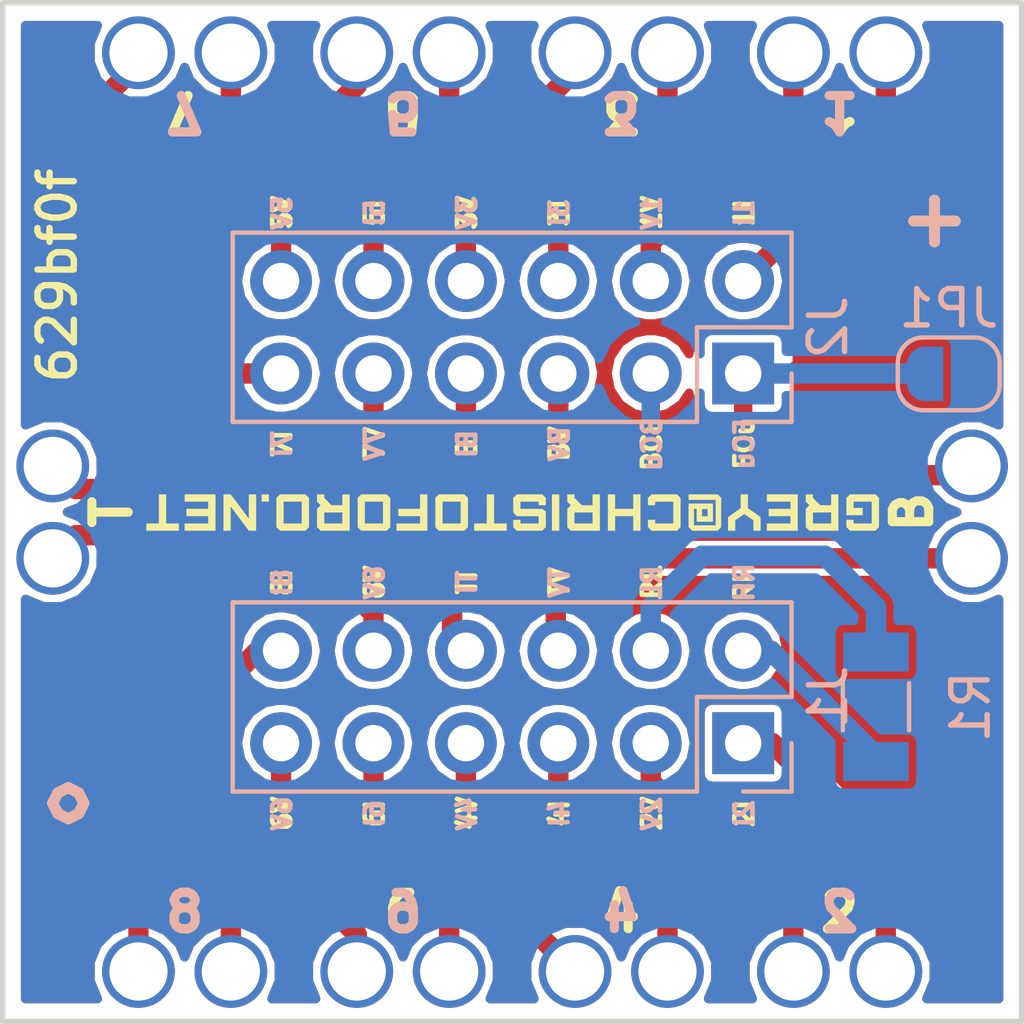
<source format=kicad_pcb>
(kicad_pcb (version 20171130) (host pcbnew "(5.0.0-rc1)")

  (general
    (thickness 1.6)
    (drawings 75)
    (tracks 90)
    (zones 0)
    (modules 25)
    (nets 25)
  )

  (page A4)
  (layers
    (0 F.Cu signal hide)
    (31 B.Cu signal hide)
    (32 B.Adhes user)
    (33 F.Adhes user)
    (34 B.Paste user)
    (35 F.Paste user)
    (36 B.SilkS user)
    (37 F.SilkS user)
    (38 B.Mask user)
    (39 F.Mask user)
    (40 Dwgs.User user)
    (41 Cmts.User user)
    (42 Eco1.User user)
    (43 Eco2.User user)
    (44 Edge.Cuts user)
    (45 Margin user)
    (46 B.CrtYd user)
    (47 F.CrtYd user)
    (48 B.Fab user)
    (49 F.Fab user)
  )

  (setup
    (last_trace_width 0.25)
    (user_trace_width 0.2)
    (user_trace_width 0.56)
    (trace_clearance 0.153)
    (zone_clearance 0.2)
    (zone_45_only no)
    (trace_min 0.2)
    (segment_width 0.2)
    (edge_width 0.15)
    (via_size 0.6)
    (via_drill 0.4)
    (via_min_size 0.4)
    (via_min_drill 0.3)
    (uvia_size 0.3)
    (uvia_drill 0.1)
    (uvias_allowed no)
    (uvia_min_size 0.2)
    (uvia_min_drill 0.1)
    (pcb_text_width 0.3)
    (pcb_text_size 1.5 1.5)
    (mod_edge_width 0.15)
    (mod_text_size 1 1)
    (mod_text_width 0.15)
    (pad_size 2 2)
    (pad_drill 1.6)
    (pad_to_mask_clearance 0.2)
    (aux_axis_origin 0 0)
    (visible_elements FFFFFF7F)
    (pcbplotparams
      (layerselection 0x010fc_ffffffff)
      (usegerberextensions true)
      (usegerberattributes true)
      (usegerberadvancedattributes true)
      (creategerberjobfile false)
      (excludeedgelayer true)
      (linewidth 0.150000)
      (plotframeref false)
      (viasonmask false)
      (mode 1)
      (useauxorigin true)
      (hpglpennumber 1)
      (hpglpenspeed 20)
      (hpglpendiameter 15)
      (psnegative false)
      (psa4output false)
      (plotreference true)
      (plotvalue true)
      (plotinvisibletext false)
      (padsonsilk false)
      (subtractmaskfromsilk false)
      (outputformat 1)
      (mirror false)
      (drillshape 0)
      (scaleselection 1)
      (outputdirectory output/))
  )

  (net 0 "")
  (net 1 /I2)
  (net 2 /V2)
  (net 3 /I4)
  (net 4 /VT)
  (net 5 /V4)
  (net 6 /IT)
  (net 7 /I6)
  (net 8 /V8)
  (net 9 /V6)
  (net 10 /I8)
  (net 11 /I1)
  (net 12 /V1)
  (net 13 /I3)
  (net 14 /V3)
  (net 15 /V7)
  (net 16 /I5)
  (net 17 /I7)
  (net 18 /V5)
  (net 19 /RH)
  (net 20 /RL)
  (net 21 /VB)
  (net 22 /IB)
  (net 23 /FCu)
  (net 24 /BCu)

  (net_class Default "This is the default net class."
    (clearance 0.153)
    (trace_width 0.25)
    (via_dia 0.6)
    (via_drill 0.4)
    (uvia_dia 0.3)
    (uvia_drill 0.1)
    (add_net /BCu)
    (add_net /FCu)
    (add_net /I1)
    (add_net /I2)
    (add_net /I3)
    (add_net /I4)
    (add_net /I5)
    (add_net /I6)
    (add_net /I7)
    (add_net /I8)
    (add_net /IB)
    (add_net /IT)
    (add_net /RH)
    (add_net /RL)
    (add_net /V1)
    (add_net /V2)
    (add_net /V3)
    (add_net /V4)
    (add_net /V5)
    (add_net /V6)
    (add_net /V7)
    (add_net /V8)
    (add_net /VB)
    (add_net /VT)
  )

  (module myParts:S25-022+P25-4023 (layer F.Cu) (tedit 5A01F9FE) (tstamp 58E52FE7)
    (at -1.73 -12.625 90)
    (path /58E4CA77)
    (fp_text reference TP16 (at 0 1.778 90) (layer F.SilkS) hide
      (effects (font (size 1 1) (thickness 0.15)))
    )
    (fp_text value TEST (at 0 -0.5 90) (layer F.Fab) hide
      (effects (font (size 1 1) (thickness 0.15)))
    )
    (pad 1 thru_hole circle (at 0 0 90) (size 2 2) (drill 1.6) (layers *.Cu *.Mask)
      (net 16 /I5))
    (model ${KIPRJMOD}/sharedLibs/myparts.3dshapes/S25-022+P25-4023.step
      (offset (xyz 0 0 5.499999917398286))
      (scale (xyz 1 1 1))
      (rotate (xyz -90 0 0))
    )
  )

  (module myParts:S25-022+P25-4023 (layer F.Cu) (tedit 5A01FA76) (tstamp 58E52FE3)
    (at -4.27 -12.625 90)
    (path /58E4CA7D)
    (fp_text reference TP15 (at 0 1.778 90) (layer F.SilkS) hide
      (effects (font (size 1 1) (thickness 0.15)))
    )
    (fp_text value TEST (at 0 -0.5 90) (layer F.Fab) hide
      (effects (font (size 1 1) (thickness 0.15)))
    )
    (pad 1 thru_hole circle (at 0 0 90) (size 2 2) (drill 1.6) (layers *.Cu *.Mask)
      (net 18 /V5))
    (model ${KIPRJMOD}/sharedLibs/myparts.3dshapes/S25-022+P25-4023.step
      (offset (xyz 0 0 5.499999917398286))
      (scale (xyz 1 1 1))
      (rotate (xyz -90 0 0))
    )
  )

  (module myParts:S25-022+P25-4023 (layer F.Cu) (tedit 5A01FA73) (tstamp 58E52FDF)
    (at -7.73 -12.625 90)
    (path /599D9D84)
    (fp_text reference TP14 (at 0 1.778 90) (layer F.SilkS) hide
      (effects (font (size 1 1) (thickness 0.15)))
    )
    (fp_text value TEST (at 0 -0.5 90) (layer F.Fab) hide
      (effects (font (size 1 1) (thickness 0.15)))
    )
    (pad 1 thru_hole circle (at 0 0 90) (size 2 2) (drill 1.6) (layers *.Cu *.Mask)
      (net 17 /I7))
    (model ${KIPRJMOD}/sharedLibs/myparts.3dshapes/S25-022+P25-4023.step
      (offset (xyz 0 0 5.499999917398286))
      (scale (xyz 1 1 1))
      (rotate (xyz -90 0 0))
    )
  )

  (module myParts:S25-022+P25-4023 (layer F.Cu) (tedit 5A01FA70) (tstamp 58E52FDB)
    (at -10.27 -12.625 90)
    (path /599D9D8A)
    (fp_text reference TP13 (at 0 1.778 90) (layer F.SilkS) hide
      (effects (font (size 1 1) (thickness 0.15)))
    )
    (fp_text value TEST (at 0 -0.5 90) (layer F.Fab) hide
      (effects (font (size 1 1) (thickness 0.15)))
    )
    (pad 1 thru_hole circle (at 0 0 90) (size 2 2) (drill 1.6) (layers *.Cu *.Mask)
      (net 15 /V7))
    (model ${KIPRJMOD}/sharedLibs/myparts.3dshapes/S25-022+P25-4023.step
      (offset (xyz 0 0 5.499999917398286))
      (scale (xyz 1 1 1))
      (rotate (xyz -90 0 0))
    )
  )

  (module myParts:S25-022+P25-4023 (layer F.Cu) (tedit 5A01FA35) (tstamp 58E52FD7)
    (at 12.625 -1.27 90)
    (path /58E4C3ED)
    (fp_text reference TP12 (at 0 1.778 90) (layer F.SilkS) hide
      (effects (font (size 1 1) (thickness 0.15)))
    )
    (fp_text value TEST (at 0 -0.5 90) (layer F.Fab) hide
      (effects (font (size 1 1) (thickness 0.15)))
    )
    (pad 1 thru_hole circle (at 0 0 90) (size 2 2) (drill 1.6) (layers *.Cu *.Mask)
      (net 21 /VB))
    (model ${KIPRJMOD}/sharedLibs/myparts.3dshapes/S25-022+P25-4023.step
      (offset (xyz 0 0 5.499999917398286))
      (scale (xyz 1 1 1))
      (rotate (xyz -90 0 0))
    )
  )

  (module myParts:S25-022+P25-4023 (layer F.Cu) (tedit 5A01FA6D) (tstamp 58E52FD3)
    (at -12.625 -1.27 90)
    (path /58E4CC49)
    (fp_text reference TP11 (at 0 1.778 90) (layer F.SilkS) hide
      (effects (font (size 1 1) (thickness 0.15)))
    )
    (fp_text value TEST (at 0 -0.5 90) (layer F.Fab) hide
      (effects (font (size 1 1) (thickness 0.15)))
    )
    (pad 1 thru_hole circle (at 0 0 90) (size 2 2) (drill 1.6) (layers *.Cu *.Mask)
      (net 4 /VT))
    (model ${KIPRJMOD}/sharedLibs/myparts.3dshapes/S25-022+P25-4023.step
      (offset (xyz 0 0 5.499999917398286))
      (scale (xyz 1 1 1))
      (rotate (xyz -90 0 0))
    )
  )

  (module myParts:S25-022+P25-4023 (layer F.Cu) (tedit 5A01FA3B) (tstamp 58E52FCF)
    (at 12.625 1.27 90)
    (path /58E4C4C8)
    (fp_text reference TP10 (at 0 1.778 90) (layer F.SilkS) hide
      (effects (font (size 1 1) (thickness 0.15)))
    )
    (fp_text value TEST (at 0 -0.5 90) (layer F.Fab) hide
      (effects (font (size 1 1) (thickness 0.15)))
    )
    (pad 1 thru_hole circle (at 0 0 90) (size 2 2) (drill 1.6) (layers *.Cu *.Mask)
      (net 22 /IB))
    (model ${KIPRJMOD}/sharedLibs/myparts.3dshapes/S25-022+P25-4023.step
      (offset (xyz 0 0 5.499999917398286))
      (scale (xyz 1 1 1))
      (rotate (xyz -90 0 0))
    )
  )

  (module myParts:S25-022+P25-4023 (layer F.Cu) (tedit 5A01FA69) (tstamp 58E52FCB)
    (at -12.625 1.27 90)
    (path /58E4CC43)
    (fp_text reference TP9 (at 0 1.778 90) (layer F.SilkS) hide
      (effects (font (size 1 1) (thickness 0.15)))
    )
    (fp_text value TEST (at 0 -0.5 90) (layer F.Fab) hide
      (effects (font (size 1 1) (thickness 0.15)))
    )
    (pad 1 thru_hole circle (at 0 0 90) (size 2 2) (drill 1.6) (layers *.Cu *.Mask)
      (net 6 /IT))
    (model ${KIPRJMOD}/sharedLibs/myparts.3dshapes/S25-022+P25-4023.step
      (offset (xyz 0 0 5.499999917398286))
      (scale (xyz 1 1 1))
      (rotate (xyz -90 0 0))
    )
  )

  (module myParts:S25-022+P25-4023 (layer F.Cu) (tedit 5A01FA40) (tstamp 58E52FC7)
    (at 10.27 12.625 90)
    (path /58E4C6B7)
    (fp_text reference TP8 (at 0 1.778 90) (layer F.SilkS) hide
      (effects (font (size 1 1) (thickness 0.15)))
    )
    (fp_text value TEST (at 0 -0.5 90) (layer F.Fab) hide
      (effects (font (size 1 1) (thickness 0.15)))
    )
    (pad 1 thru_hole circle (at 0 0 90) (size 2 2) (drill 1.6) (layers *.Cu *.Mask)
      (net 1 /I2))
    (model ${KIPRJMOD}/sharedLibs/myparts.3dshapes/S25-022+P25-4023.step
      (offset (xyz 0 0 5.499999917398286))
      (scale (xyz 1 1 1))
      (rotate (xyz -90 0 0))
    )
  )

  (module myParts:S25-022+P25-4023 (layer F.Cu) (tedit 5A01FA44) (tstamp 58E52FC3)
    (at 7.73 12.625 90)
    (path /58E4C6BD)
    (fp_text reference TP7 (at 0 1.778 90) (layer F.SilkS) hide
      (effects (font (size 1 1) (thickness 0.15)))
    )
    (fp_text value TEST (at 0 -0.5 90) (layer F.Fab) hide
      (effects (font (size 1 1) (thickness 0.15)))
    )
    (pad 1 thru_hole circle (at 0 0 90) (size 2 2) (drill 1.6) (layers *.Cu *.Mask)
      (net 2 /V2))
    (model ${KIPRJMOD}/sharedLibs/myparts.3dshapes/S25-022+P25-4023.step
      (offset (xyz 0 0 5.499999917398286))
      (scale (xyz 1 1 1))
      (rotate (xyz -90 0 0))
    )
  )

  (module myParts:S25-022+P25-4023 (layer F.Cu) (tedit 5A01FA49) (tstamp 58E52FBF)
    (at 4.27 12.625 90)
    (path /58E4C4F2)
    (fp_text reference TP6 (at 0 1.778 90) (layer F.SilkS) hide
      (effects (font (size 1 1) (thickness 0.15)))
    )
    (fp_text value TEST (at 0 -0.5 90) (layer F.Fab) hide
      (effects (font (size 1 1) (thickness 0.15)))
    )
    (pad 1 thru_hole circle (at 0 0 90) (size 2 2) (drill 1.6) (layers *.Cu *.Mask)
      (net 3 /I4))
    (model ${KIPRJMOD}/sharedLibs/myparts.3dshapes/S25-022+P25-4023.step
      (offset (xyz 0 0 5.499999917398286))
      (scale (xyz 1 1 1))
      (rotate (xyz -90 0 0))
    )
  )

  (module myParts:S25-022+P25-4023 (layer F.Cu) (tedit 5A01FA4F) (tstamp 58E52FBB)
    (at 1.73 12.625 90)
    (path /58E4C553)
    (fp_text reference TP5 (at 0 1.778 90) (layer F.SilkS) hide
      (effects (font (size 1 1) (thickness 0.15)))
    )
    (fp_text value TEST (at 0 -0.5 90) (layer F.Fab) hide
      (effects (font (size 1 1) (thickness 0.15)))
    )
    (pad 1 thru_hole circle (at 0 0 90) (size 2 2) (drill 1.6) (layers *.Cu *.Mask)
      (net 5 /V4))
    (model ${KIPRJMOD}/sharedLibs/myparts.3dshapes/S25-022+P25-4023.step
      (offset (xyz 0 0 5.499999917398286))
      (scale (xyz 1 1 1))
      (rotate (xyz -90 0 0))
    )
  )

  (module myParts:S25-022+P25-4023 (layer F.Cu) (tedit 5A01FA54) (tstamp 58E52FB7)
    (at -1.73 12.625 90)
    (path /58E4C747)
    (fp_text reference TP4 (at 0 1.778 90) (layer F.SilkS) hide
      (effects (font (size 1 1) (thickness 0.15)))
    )
    (fp_text value TEST (at 0 -0.5 90) (layer F.Fab) hide
      (effects (font (size 1 1) (thickness 0.15)))
    )
    (pad 1 thru_hole circle (at 0 0 90) (size 2 2) (drill 1.6) (layers *.Cu *.Mask)
      (net 7 /I6))
    (model ${KIPRJMOD}/sharedLibs/myparts.3dshapes/S25-022+P25-4023.step
      (offset (xyz 0 0 5.499999917398286))
      (scale (xyz 1 1 1))
      (rotate (xyz -90 0 0))
    )
  )

  (module myParts:S25-022+P25-4023 (layer F.Cu) (tedit 5A01FA59) (tstamp 58E52FB3)
    (at -4.27 12.625 90)
    (path /58E4C74D)
    (fp_text reference TP3 (at 0 1.778 90) (layer F.SilkS) hide
      (effects (font (size 1 1) (thickness 0.15)))
    )
    (fp_text value TEST (at 0 -0.5 90) (layer F.Fab) hide
      (effects (font (size 1 1) (thickness 0.15)))
    )
    (pad 1 thru_hole circle (at 0 0 90) (size 2 2) (drill 1.6) (layers *.Cu *.Mask)
      (net 9 /V6))
    (model ${KIPRJMOD}/sharedLibs/myparts.3dshapes/S25-022+P25-4023.step
      (offset (xyz 0 0 5.499999917398286))
      (scale (xyz 1 1 1))
      (rotate (xyz -90 0 0))
    )
  )

  (module myParts:S25-022+P25-4023 (layer F.Cu) (tedit 5A01FA5E) (tstamp 58E52FAF)
    (at -7.73 12.625 90)
    (path /599D95E4)
    (fp_text reference TP2 (at 0 1.778 90) (layer F.SilkS) hide
      (effects (font (size 1 1) (thickness 0.15)))
    )
    (fp_text value TEST (at 0 -0.5 90) (layer F.Fab) hide
      (effects (font (size 1 1) (thickness 0.15)))
    )
    (pad 1 thru_hole circle (at 0 0 90) (size 2 2) (drill 1.6) (layers *.Cu *.Mask)
      (net 10 /I8))
    (model ${KIPRJMOD}/sharedLibs/myparts.3dshapes/S25-022+P25-4023.step
      (offset (xyz 0 0 5.499999917398286))
      (scale (xyz 1 1 1))
      (rotate (xyz -90 0 0))
    )
  )

  (module myParts:S25-022+P25-4023 (layer F.Cu) (tedit 5A01FA62) (tstamp 58E52FAB)
    (at -10.27 12.625 90)
    (path /599D95EA)
    (fp_text reference TP1 (at 0 1.778 90) (layer F.SilkS) hide
      (effects (font (size 1 1) (thickness 0.15)))
    )
    (fp_text value TEST (at 0 -0.5 90) (layer F.Fab) hide
      (effects (font (size 1 1) (thickness 0.15)))
    )
    (pad 1 thru_hole circle (at 0 0 90) (size 2 2) (drill 1.6) (layers *.Cu *.Mask)
      (net 8 /V8))
    (model ${KIPRJMOD}/sharedLibs/myparts.3dshapes/S25-022+P25-4023.step
      (offset (xyz 0 0 5.499999917398286))
      (scale (xyz 1 1 1))
      (rotate (xyz -90 0 0))
    )
  )

  (module myParts:S25-022+P25-4023 (layer F.Cu) (tedit 5A01FA0A) (tstamp 599D8D18)
    (at 1.73 -12.625 90)
    (path /58E4CA65)
    (fp_text reference TP17 (at 0 1.778 90) (layer F.SilkS) hide
      (effects (font (size 1 1) (thickness 0.15)))
    )
    (fp_text value TEST (at 0 -0.5 90) (layer F.Fab) hide
      (effects (font (size 1 1) (thickness 0.15)))
    )
    (pad 1 thru_hole circle (at 0 0 90) (size 2 2) (drill 1.6) (layers *.Cu *.Mask)
      (net 14 /V3))
    (model ${KIPRJMOD}/sharedLibs/myparts.3dshapes/S25-022+P25-4023.step
      (offset (xyz 0 0 5.499999917398286))
      (scale (xyz 1 1 1))
      (rotate (xyz -90 0 0))
    )
  )

  (module myParts:S25-022+P25-4023 (layer F.Cu) (tedit 5A01FA0D) (tstamp 599D8D1D)
    (at 4.27 -12.625 90)
    (path /58E4CA5F)
    (fp_text reference TP18 (at 0 1.778 90) (layer F.SilkS) hide
      (effects (font (size 1 1) (thickness 0.15)))
    )
    (fp_text value TEST (at 0 -0.5 90) (layer F.Fab) hide
      (effects (font (size 1 1) (thickness 0.15)))
    )
    (pad 1 thru_hole circle (at 0 0 90) (size 2 2) (drill 1.6) (layers *.Cu *.Mask)
      (net 13 /I3))
    (model ${KIPRJMOD}/sharedLibs/myparts.3dshapes/S25-022+P25-4023.step
      (offset (xyz 0 0 5.499999917398286))
      (scale (xyz 1 1 1))
      (rotate (xyz -90 0 0))
    )
  )

  (module myParts:S25-022+P25-4023 (layer F.Cu) (tedit 5A01FA14) (tstamp 599D8D22)
    (at 7.73 -12.625 90)
    (path /58E4CA71)
    (fp_text reference TP19 (at 0 1.778 90) (layer F.SilkS) hide
      (effects (font (size 1 1) (thickness 0.15)))
    )
    (fp_text value TEST (at 0 -0.5 90) (layer F.Fab) hide
      (effects (font (size 1 1) (thickness 0.15)))
    )
    (pad 1 thru_hole circle (at 0 0 90) (size 2 2) (drill 1.6) (layers *.Cu *.Mask)
      (net 12 /V1))
    (model ${KIPRJMOD}/sharedLibs/myparts.3dshapes/S25-022+P25-4023.step
      (offset (xyz 0 0 5.499999917398286))
      (scale (xyz 1 1 1))
      (rotate (xyz -90 0 0))
    )
  )

  (module myParts:S25-022+P25-4023 (layer F.Cu) (tedit 5A01FA19) (tstamp 599D8D27)
    (at 10.27 -12.625 90)
    (path /58E4CA6B)
    (fp_text reference TP20 (at 0 1.778 90) (layer F.SilkS) hide
      (effects (font (size 1 1) (thickness 0.15)))
    )
    (fp_text value TEST (at 0 -0.5 90) (layer F.Fab) hide
      (effects (font (size 1 1) (thickness 0.15)))
    )
    (pad 1 thru_hole circle (at 0 0 90) (size 2 2) (drill 1.6) (layers *.Cu *.Mask)
      (net 11 /I1))
    (model ${KIPRJMOD}/sharedLibs/myparts.3dshapes/S25-022+P25-4023.step
      (offset (xyz 0 0 5.499999917398286))
      (scale (xyz 1 1 1))
      (rotate (xyz -90 0 0))
    )
  )

  (module myParts:logo_small (layer F.Cu) (tedit 0) (tstamp 59BFA824)
    (at 0 0 180)
    (path /59BFAA22)
    (fp_text reference L1 (at 0 -4 180) (layer F.SilkS) hide
      (effects (font (size 1.524 1.524) (thickness 0.2)))
    )
    (fp_text value GREY@CHRISTOFORO.NET (at 0 4 180) (layer F.SilkS) hide
      (effects (font (size 1.524 1.524) (thickness 0.2)))
    )
    (fp_poly (pts (xy -0.030446 -0.410336) (xy -0.128951 -0.511719) (xy -0.828528 -0.511719) (xy -0.927058 -0.410336)
      (xy -0.927058 0.017886) (xy -0.828528 0.089278) (xy -0.228894 0.089278) (xy -0.228894 0.28842)
      (xy -0.727172 0.28842) (xy -0.727172 0.189556) (xy -0.927058 0.189556) (xy -0.927058 0.389777)
      (xy -0.828528 0.488281) (xy -0.128951 0.488281) (xy -0.030446 0.389777) (xy -0.030446 -0.012104)
      (xy -0.128951 -0.112047) (xy -0.727172 -0.112047) (xy -0.727172 -0.311832) (xy -0.228894 -0.311832)
      (xy -0.228894 -0.211888) (xy -0.030446 -0.211888)) (layer F.SilkS) (width 0.001))
    (fp_poly (pts (xy -7.650288 0.089484) (xy -7.052066 0.089484) (xy -7.052066 -0.110403) (xy -7.650288 -0.110403)
      (xy -7.650288 -0.311832) (xy -7.002107 -0.311832) (xy -7.002107 -0.511719) (xy -7.850175 -0.511719)
      (xy -7.850175 0.488281) (xy -7.002107 0.488281) (xy -7.002107 0.28842) (xy -7.650288 0.28842)) (layer F.SilkS) (width 0.001))
    (fp_poly (pts (xy -8.766833 0.488281) (xy -8.766833 -0.010074) (xy -8.766833 -0.311832) (xy -8.268555 -0.311832)
      (xy -8.268555 -0.010074) (xy -8.766833 -0.010074) (xy -8.766833 0.488281) (xy -8.766833 0.189813)
      (xy -8.468442 0.189813) (xy -8.368498 0.288369) (xy -8.268555 0.389751) (xy -8.268555 0.488281)
      (xy -8.070107 0.488281) (xy -8.070107 0.288369) (xy -8.168611 0.189813) (xy -8.070107 0.089869)
      (xy -8.070107 -0.410336) (xy -8.168611 -0.511719) (xy -8.96672 -0.511719) (xy -8.96672 0.488281)) (layer F.SilkS) (width 0.001))
    (fp_poly (pts (xy -10.083265 0.389777) (xy -9.984735 0.488281) (xy -9.285156 0.488281) (xy -9.186652 0.389777)
      (xy -9.186652 -0.084935) (xy -9.636385 -0.084935) (xy -9.636385 0.114925) (xy -9.3851 0.114925)
      (xy -9.3851 0.28842) (xy -9.883378 0.28842) (xy -9.883378 -0.311832) (xy -9.3851 -0.311832)
      (xy -9.3851 -0.211888) (xy -9.186652 -0.211888) (xy -9.186652 -0.410336) (xy -9.285156 -0.511719)
      (xy -9.984735 -0.511719) (xy -10.083265 -0.410336)) (layer F.SilkS) (width 0.001))
    (fp_poly (pts (xy -2.211788 0.189813) (xy -2.211788 -0.311832) (xy -1.71351 -0.311832) (xy -1.71351 -0.010074)
      (xy -2.211788 -0.010074) (xy -2.211788 -0.311832) (xy -2.211788 0.189813) (xy -1.913397 0.189813)
      (xy -1.813453 0.288369) (xy -1.71351 0.389751) (xy -1.71351 0.488281) (xy -1.515062 0.488281)
      (xy -1.515062 0.288369) (xy -1.613567 0.189813) (xy -1.515062 0.089869) (xy -1.515062 -0.410336)
      (xy -1.613567 -0.511719) (xy -2.411675 -0.511719) (xy -2.411675 0.488281) (xy -2.211788 0.488281)) (layer F.SilkS) (width 0.001))
    (fp_poly (pts (xy -5.64741 0.488281) (xy -4.849327 0.488281) (xy -4.849327 0.336965) (xy -5.594598 0.336965)
      (xy -5.594598 -0.36323) (xy -4.996376 -0.36323) (xy -4.996376 0.089587) (xy -5.072034 0.089587)
      (xy -5.21911 0.083881) (xy -5.371865 0.083881) (xy -5.371865 -0.113666) (xy -5.21911 -0.113666)
      (xy -5.21911 0.083881) (xy -5.072034 0.089587) (xy -5.072034 -0.265008) (xy -5.518914 -0.265008)
      (xy -5.518914 0.236636) (xy -4.849327 0.236636) (xy -4.849327 -0.410336) (xy -4.947831 -0.511719)
      (xy -5.64741 -0.511719) (xy -5.74594 -0.410336) (xy -5.74594 0.389777)) (layer F.SilkS) (width 0.001))
    (fp_poly (pts (xy 2.33052 -0.511719) (xy 2.33052 0.488281) (xy 2.530407 0.488281) (xy 2.530407 0.089484)
      (xy 3.128624 0.089484) (xy 3.128624 -0.110403) (xy 2.530407 -0.110403) (xy 2.530407 -0.311832)
      (xy 3.178582 -0.311832) (xy 3.178582 -0.511719)) (layer F.SilkS) (width 0.001))
    (fp_poly (pts (xy -6.131528 -0.223145) (xy -6.382813 -0.054559) (xy -6.629806 -0.223145) (xy -6.629806 -0.511719)
      (xy -6.829693 -0.511719) (xy -6.829693 -0.138852) (xy -6.479903 0.111148) (xy -6.479903 0.488281)
      (xy -6.28143 0.488281) (xy -6.28143 0.111148) (xy -5.93308 -0.138852) (xy -5.93308 -0.511719)
      (xy -6.131528 -0.511719)) (layer F.SilkS) (width 0.001))
    (fp_poly (pts (xy -4.429508 -0.311832) (xy -3.931229 -0.311832) (xy -3.931229 -0.211888) (xy -3.732782 -0.211888)
      (xy -3.732782 -0.410336) (xy -3.831286 -0.511719) (xy -4.530865 -0.511719) (xy -4.629395 -0.410336)
      (xy -4.629395 0.389777) (xy -4.530865 0.488281) (xy -3.831286 0.488281) (xy -3.732782 0.389777)
      (xy -3.732782 0.18989) (xy -3.931229 0.18989) (xy -3.931229 0.28842) (xy -4.429508 0.28842)) (layer F.SilkS) (width 0.001))
    (fp_poly (pts (xy 9.000514 -0.511719) (xy 8.152447 -0.511719) (xy 8.152447 0.488281) (xy 9.000514 0.488281)
      (xy 9.000514 0.28842) (xy 8.352333 0.28842) (xy 8.352333 0.089484) (xy 8.950555 0.089484)
      (xy 8.950555 -0.110403) (xy 8.352333 -0.110403) (xy 8.352333 -0.311832) (xy 9.000514 -0.311832)) (layer F.SilkS) (width 0.001))
    (fp_poly (pts (xy 4.465435 -0.511719) (xy 4.465435 0.488281) (xy 4.665322 0.488281) (xy 4.665322 -0.311832)
      (xy 5.1636 -0.311832) (xy 5.1636 -0.010074) (xy 4.665322 -0.010074) (xy 4.665322 -0.311832)
      (xy 4.665322 0.488281) (xy 4.665322 0.189813) (xy 4.963713 0.189813) (xy 5.063656 0.288369)
      (xy 5.1636 0.389751) (xy 5.1636 0.488281) (xy 5.362048 0.488281) (xy 5.362048 0.288369)
      (xy 5.263543 0.189813) (xy 5.362048 0.089869) (xy 5.362048 -0.410336) (xy 5.263543 -0.511719)) (layer F.SilkS) (width 0.001))
    (fp_poly (pts (xy 5.68051 0.488281) (xy 6.380088 0.488281) (xy 6.280145 0.28842) (xy 5.781867 0.28842)
      (xy 5.781867 -0.311832) (xy 6.280145 -0.311832) (xy 6.280145 0.28842) (xy 6.380088 0.488281)
      (xy 6.478593 0.389777) (xy 6.478593 -0.410336) (xy 6.380088 -0.511719) (xy 5.68051 -0.511719)
      (xy 5.58198 -0.410336) (xy 5.58198 0.389777)) (layer F.SilkS) (width 0.001))
    (fp_poly (pts (xy 7.235788 -0.511719) (xy 7.035902 -0.511719) (xy 7.035902 0.488281) (xy 7.235788 0.488281)
      (xy 7.235788 -0.178865) (xy 7.734067 0.488281) (xy 7.932514 0.488281) (xy 7.932514 -0.511719)
      (xy 7.734067 -0.511719) (xy 7.734067 0.154014)) (layer F.SilkS) (width 0.001))
    (fp_poly (pts (xy 10.055304 -0.511719) (xy 9.158691 -0.511719) (xy 9.158691 -0.311832) (xy 9.508481 -0.311832)
      (xy 9.508481 0.488281) (xy 9.708368 0.488281) (xy 9.708368 -0.311832) (xy 10.055304 -0.311832)) (layer F.SilkS) (width 0.001))
    (fp_poly (pts (xy -1.295135 -0.511719) (xy -1.295135 0.488281) (xy -1.095248 0.488281) (xy -1.095248 -0.511719)) (layer F.SilkS) (width 0.001))
    (fp_poly (pts (xy 6.884123 0.28842) (xy 6.684236 0.28842) (xy 6.684236 0.488281) (xy 6.884123 0.488281)) (layer F.SilkS) (width 0.001))
    (fp_poly (pts (xy 1.21398 -0.410336) (xy 1.413867 -0.311832) (xy 1.912145 -0.311832) (xy 1.912145 0.28842)
      (xy 1.413867 0.28842) (xy 1.413867 -0.311832) (xy 1.21398 -0.410336) (xy 1.21398 0.389777)
      (xy 1.31251 0.488281) (xy 2.012089 0.488281) (xy 2.110593 0.389777) (xy 2.110593 -0.410336)
      (xy 2.012089 -0.511719) (xy 1.31251 -0.511719)) (layer F.SilkS) (width 0.001))
    (fp_poly (pts (xy -3.328331 -0.511719) (xy -3.528218 -0.511719) (xy -3.528218 0.488281) (xy -3.328331 0.488281)
      (xy -3.328331 0.089484) (xy -2.830052 0.089484) (xy -2.830052 0.488281) (xy -2.631605 0.488281)
      (xy -2.631605 -0.511719) (xy -2.830052 -0.511719) (xy -2.830052 -0.110403) (xy -3.328331 -0.110403)) (layer F.SilkS) (width 0.001))
    (fp_poly (pts (xy 1.043277 -0.511719) (xy 0.146665 -0.511719) (xy 0.146665 -0.311832) (xy 0.496454 -0.311832)
      (xy 0.496454 0.488281) (xy 0.69634 0.488281) (xy 0.69634 -0.311832) (xy 1.043277 -0.311832)) (layer F.SilkS) (width 0.001))
    (fp_poly (pts (xy 4.146998 -0.511719) (xy 3.44742 -0.511719) (xy 3.34889 -0.410336) (xy 3.548777 -0.311832)
      (xy 4.047055 -0.311832) (xy 4.047055 0.28842) (xy 3.548777 0.28842) (xy 3.548777 -0.311832)
      (xy 3.34889 -0.410336) (xy 3.34889 0.389777) (xy 3.44742 0.488281) (xy 4.146998 0.488281)
      (xy 4.245503 0.389777) (xy 4.245503 -0.410336)) (layer F.SilkS) (width 0.001))
  )

  (module Connector_PinHeader_2.54mm:PinHeader_2x06_P2.54mm_Vertical (layer B.Cu) (tedit 59FED5CC) (tstamp 5AE4ABDB)
    (at 6.35 6.35 90)
    (descr "Through hole straight pin header, 2x06, 2.54mm pitch, double rows")
    (tags "Through hole pin header THT 2x06 2.54mm double row")
    (path /599DB107)
    (fp_text reference J1 (at 1.27 2.33 90) (layer B.SilkS)
      (effects (font (size 1 1) (thickness 0.15)) (justify mirror))
    )
    (fp_text value CONN_02X06 (at 1.27 -15.03 90) (layer B.Fab)
      (effects (font (size 1 1) (thickness 0.15)) (justify mirror))
    )
    (fp_line (start 0 1.27) (end 3.81 1.27) (layer B.Fab) (width 0.1))
    (fp_line (start 3.81 1.27) (end 3.81 -13.97) (layer B.Fab) (width 0.1))
    (fp_line (start 3.81 -13.97) (end -1.27 -13.97) (layer B.Fab) (width 0.1))
    (fp_line (start -1.27 -13.97) (end -1.27 0) (layer B.Fab) (width 0.1))
    (fp_line (start -1.27 0) (end 0 1.27) (layer B.Fab) (width 0.1))
    (fp_line (start -1.33 -14.03) (end 3.87 -14.03) (layer B.SilkS) (width 0.12))
    (fp_line (start -1.33 -1.27) (end -1.33 -14.03) (layer B.SilkS) (width 0.12))
    (fp_line (start 3.87 1.33) (end 3.87 -14.03) (layer B.SilkS) (width 0.12))
    (fp_line (start -1.33 -1.27) (end 1.27 -1.27) (layer B.SilkS) (width 0.12))
    (fp_line (start 1.27 -1.27) (end 1.27 1.33) (layer B.SilkS) (width 0.12))
    (fp_line (start 1.27 1.33) (end 3.87 1.33) (layer B.SilkS) (width 0.12))
    (fp_line (start -1.33 0) (end -1.33 1.33) (layer B.SilkS) (width 0.12))
    (fp_line (start -1.33 1.33) (end 0 1.33) (layer B.SilkS) (width 0.12))
    (fp_line (start -1.8 1.8) (end -1.8 -14.5) (layer B.CrtYd) (width 0.05))
    (fp_line (start -1.8 -14.5) (end 4.35 -14.5) (layer B.CrtYd) (width 0.05))
    (fp_line (start 4.35 -14.5) (end 4.35 1.8) (layer B.CrtYd) (width 0.05))
    (fp_line (start 4.35 1.8) (end -1.8 1.8) (layer B.CrtYd) (width 0.05))
    (fp_text user %R (at 1.27 -6.35) (layer B.Fab)
      (effects (font (size 1 1) (thickness 0.15)) (justify mirror))
    )
    (pad 1 thru_hole rect (at 0 0 90) (size 1.7 1.7) (drill 1) (layers *.Cu *.Mask)
      (net 1 /I2))
    (pad 2 thru_hole oval (at 2.54 0 90) (size 1.7 1.7) (drill 1) (layers *.Cu *.Mask)
      (net 19 /RH))
    (pad 3 thru_hole oval (at 0 -2.54 90) (size 1.7 1.7) (drill 1) (layers *.Cu *.Mask)
      (net 2 /V2))
    (pad 4 thru_hole oval (at 2.54 -2.54 90) (size 1.7 1.7) (drill 1) (layers *.Cu *.Mask)
      (net 20 /RL))
    (pad 5 thru_hole oval (at 0 -5.08 90) (size 1.7 1.7) (drill 1) (layers *.Cu *.Mask)
      (net 3 /I4))
    (pad 6 thru_hole oval (at 2.54 -5.08 90) (size 1.7 1.7) (drill 1) (layers *.Cu *.Mask)
      (net 4 /VT))
    (pad 7 thru_hole oval (at 0 -7.62 90) (size 1.7 1.7) (drill 1) (layers *.Cu *.Mask)
      (net 5 /V4))
    (pad 8 thru_hole oval (at 2.54 -7.62 90) (size 1.7 1.7) (drill 1) (layers *.Cu *.Mask)
      (net 6 /IT))
    (pad 9 thru_hole oval (at 0 -10.16 90) (size 1.7 1.7) (drill 1) (layers *.Cu *.Mask)
      (net 7 /I6))
    (pad 10 thru_hole oval (at 2.54 -10.16 90) (size 1.7 1.7) (drill 1) (layers *.Cu *.Mask)
      (net 8 /V8))
    (pad 11 thru_hole oval (at 0 -12.7 90) (size 1.7 1.7) (drill 1) (layers *.Cu *.Mask)
      (net 9 /V6))
    (pad 12 thru_hole oval (at 2.54 -12.7 90) (size 1.7 1.7) (drill 1) (layers *.Cu *.Mask)
      (net 10 /I8))
    (model ${KISYS3DMOD}/Connector_PinHeader_2.54mm.3dshapes/PinHeader_2x06_P2.54mm_Vertical.wrl
      (at (xyz 0 0 0))
      (scale (xyz 1 1 1))
      (rotate (xyz 0 0 0))
    )
  )

  (module Connector_PinHeader_2.54mm:PinHeader_2x06_P2.54mm_Vertical (layer B.Cu) (tedit 59FED5CC) (tstamp 5AE4ABFC)
    (at 6.35 -3.81 90)
    (descr "Through hole straight pin header, 2x06, 2.54mm pitch, double rows")
    (tags "Through hole pin header THT 2x06 2.54mm double row")
    (path /599DB1BB)
    (fp_text reference J2 (at 1.27 2.33 90) (layer B.SilkS)
      (effects (font (size 1 1) (thickness 0.15)) (justify mirror))
    )
    (fp_text value CONN_02X06 (at 1.27 -15.03 90) (layer B.Fab)
      (effects (font (size 1 1) (thickness 0.15)) (justify mirror))
    )
    (fp_text user %R (at 1.27 -6.35) (layer B.Fab)
      (effects (font (size 1 1) (thickness 0.15)) (justify mirror))
    )
    (fp_line (start 4.35 1.8) (end -1.8 1.8) (layer B.CrtYd) (width 0.05))
    (fp_line (start 4.35 -14.5) (end 4.35 1.8) (layer B.CrtYd) (width 0.05))
    (fp_line (start -1.8 -14.5) (end 4.35 -14.5) (layer B.CrtYd) (width 0.05))
    (fp_line (start -1.8 1.8) (end -1.8 -14.5) (layer B.CrtYd) (width 0.05))
    (fp_line (start -1.33 1.33) (end 0 1.33) (layer B.SilkS) (width 0.12))
    (fp_line (start -1.33 0) (end -1.33 1.33) (layer B.SilkS) (width 0.12))
    (fp_line (start 1.27 1.33) (end 3.87 1.33) (layer B.SilkS) (width 0.12))
    (fp_line (start 1.27 -1.27) (end 1.27 1.33) (layer B.SilkS) (width 0.12))
    (fp_line (start -1.33 -1.27) (end 1.27 -1.27) (layer B.SilkS) (width 0.12))
    (fp_line (start 3.87 1.33) (end 3.87 -14.03) (layer B.SilkS) (width 0.12))
    (fp_line (start -1.33 -1.27) (end -1.33 -14.03) (layer B.SilkS) (width 0.12))
    (fp_line (start -1.33 -14.03) (end 3.87 -14.03) (layer B.SilkS) (width 0.12))
    (fp_line (start -1.27 0) (end 0 1.27) (layer B.Fab) (width 0.1))
    (fp_line (start -1.27 -13.97) (end -1.27 0) (layer B.Fab) (width 0.1))
    (fp_line (start 3.81 -13.97) (end -1.27 -13.97) (layer B.Fab) (width 0.1))
    (fp_line (start 3.81 1.27) (end 3.81 -13.97) (layer B.Fab) (width 0.1))
    (fp_line (start 0 1.27) (end 3.81 1.27) (layer B.Fab) (width 0.1))
    (pad 12 thru_hole oval (at 2.54 -12.7 90) (size 1.7 1.7) (drill 1) (layers *.Cu *.Mask)
      (net 18 /V5))
    (pad 11 thru_hole oval (at 0 -12.7 90) (size 1.7 1.7) (drill 1) (layers *.Cu *.Mask)
      (net 17 /I7))
    (pad 10 thru_hole oval (at 2.54 -10.16 90) (size 1.7 1.7) (drill 1) (layers *.Cu *.Mask)
      (net 16 /I5))
    (pad 9 thru_hole oval (at 0 -10.16 90) (size 1.7 1.7) (drill 1) (layers *.Cu *.Mask)
      (net 15 /V7))
    (pad 8 thru_hole oval (at 2.54 -7.62 90) (size 1.7 1.7) (drill 1) (layers *.Cu *.Mask)
      (net 14 /V3))
    (pad 7 thru_hole oval (at 0 -7.62 90) (size 1.7 1.7) (drill 1) (layers *.Cu *.Mask)
      (net 22 /IB))
    (pad 6 thru_hole oval (at 2.54 -5.08 90) (size 1.7 1.7) (drill 1) (layers *.Cu *.Mask)
      (net 13 /I3))
    (pad 5 thru_hole oval (at 0 -5.08 90) (size 1.7 1.7) (drill 1) (layers *.Cu *.Mask)
      (net 21 /VB))
    (pad 4 thru_hole oval (at 2.54 -2.54 90) (size 1.7 1.7) (drill 1) (layers *.Cu *.Mask)
      (net 12 /V1))
    (pad 3 thru_hole oval (at 0 -2.54 90) (size 1.7 1.7) (drill 1) (layers *.Cu *.Mask)
      (net 24 /BCu))
    (pad 2 thru_hole oval (at 2.54 0 90) (size 1.7 1.7) (drill 1) (layers *.Cu *.Mask)
      (net 11 /I1))
    (pad 1 thru_hole rect (at 0 0 90) (size 1.7 1.7) (drill 1) (layers *.Cu *.Mask)
      (net 23 /FCu))
    (model ${KISYS3DMOD}/Connector_PinHeader_2.54mm.3dshapes/PinHeader_2x06_P2.54mm_Vertical.wrl
      (at (xyz 0 0 0))
      (scale (xyz 1 1 1))
      (rotate (xyz 0 0 0))
    )
  )

  (module Jumper:SolderJumper-2_P1.3mm_Open_RoundedPad1.0x1.5mm (layer B.Cu) (tedit 5A3EAE8E) (tstamp 5AE4AC1D)
    (at 12 -3.8 180)
    (descr "SMD Solder Jumper, 1x1.5mm, rounded Pads, 0.3mm gap, open")
    (tags "solder jumper open")
    (path /59F642BD)
    (attr virtual)
    (fp_text reference JP1 (at 0 1.8 180) (layer B.SilkS)
      (effects (font (size 1 1) (thickness 0.15)) (justify mirror))
    )
    (fp_text value Jumper_NC_Small (at 0 -1.9 180) (layer B.Fab)
      (effects (font (size 1 1) (thickness 0.15)) (justify mirror))
    )
    (fp_arc (start 0.7 0.3) (end 1.4 0.3) (angle 90) (layer B.SilkS) (width 0.12))
    (fp_arc (start 0.7 -0.3) (end 0.7 -1) (angle 90) (layer B.SilkS) (width 0.12))
    (fp_arc (start -0.7 -0.3) (end -1.4 -0.3) (angle 90) (layer B.SilkS) (width 0.12))
    (fp_arc (start -0.7 0.3) (end -0.7 1) (angle 90) (layer B.SilkS) (width 0.12))
    (fp_line (start -1.4 -0.3) (end -1.4 0.3) (layer B.SilkS) (width 0.12))
    (fp_line (start 0.7 -1) (end -0.7 -1) (layer B.SilkS) (width 0.12))
    (fp_line (start 1.4 0.3) (end 1.4 -0.3) (layer B.SilkS) (width 0.12))
    (fp_line (start -0.7 1) (end 0.7 1) (layer B.SilkS) (width 0.12))
    (fp_line (start -1.65 1.25) (end 1.65 1.25) (layer B.CrtYd) (width 0.05))
    (fp_line (start -1.65 1.25) (end -1.65 -1.25) (layer B.CrtYd) (width 0.05))
    (fp_line (start 1.65 -1.25) (end 1.65 1.25) (layer B.CrtYd) (width 0.05))
    (fp_line (start 1.65 -1.25) (end -1.65 -1.25) (layer B.CrtYd) (width 0.05))
    (pad 2 smd roundrect (at 0.65 0 180) (size 1 1.5) (layers B.Cu B.Mask)(roundrect_rratio 0.5)
      (net 23 /FCu))
    (pad 1 smd roundrect (at -0.65 0 180) (size 1 1.5) (layers B.Cu B.Mask)(roundrect_rratio 0.5)
      (net 24 /BCu))
    (pad 1 smd rect (at -0.4 0 180) (size 0.5 1.5) (layers B.Cu B.Mask)
      (net 24 /BCu))
    (pad 2 smd rect (at 0.4 0 180) (size 0.5 1.5) (layers B.Cu B.Mask)
      (net 23 /FCu))
  )

  (module Resistor_SMD:R_1206_3216Metric (layer B.Cu) (tedit 59FE48B8) (tstamp 5AD9B71B)
    (at 10 5.35 270)
    (descr "Resistor SMD 1206 (3216 Metric), square (rectangular) end terminal, IPC_7351 nominal, (Body size source: http://www.tortai-tech.com/upload/download/2011102023233369053.pdf), generated with kicad-footprint-generator")
    (tags resistor)
    (path /599DBDE1)
    (attr smd)
    (fp_text reference R1 (at 0 -2.6 270) (layer B.SilkS)
      (effects (font (size 1 1) (thickness 0.15)) (justify mirror))
    )
    (fp_text value 100k (at 0 -2.05 270) (layer B.Fab)
      (effects (font (size 1 1) (thickness 0.15)) (justify mirror))
    )
    (fp_line (start -1.6 -0.8) (end -1.6 0.8) (layer B.Fab) (width 0.1))
    (fp_line (start -1.6 0.8) (end 1.6 0.8) (layer B.Fab) (width 0.1))
    (fp_line (start 1.6 0.8) (end 1.6 -0.8) (layer B.Fab) (width 0.1))
    (fp_line (start 1.6 -0.8) (end -1.6 -0.8) (layer B.Fab) (width 0.1))
    (fp_line (start -0.65 0.91) (end 0.65 0.91) (layer B.SilkS) (width 0.12))
    (fp_line (start -0.65 -0.91) (end 0.65 -0.91) (layer B.SilkS) (width 0.12))
    (fp_line (start -2.29 -1.15) (end -2.29 1.15) (layer B.CrtYd) (width 0.05))
    (fp_line (start -2.29 1.15) (end 2.29 1.15) (layer B.CrtYd) (width 0.05))
    (fp_line (start 2.29 1.15) (end 2.29 -1.15) (layer B.CrtYd) (width 0.05))
    (fp_line (start 2.29 -1.15) (end -2.29 -1.15) (layer B.CrtYd) (width 0.05))
    (fp_text user %R (at 0 0 270) (layer B.Fab)
      (effects (font (size 0.8 0.8) (thickness 0.12)) (justify mirror))
    )
    (pad 1 smd rect (at -1.505 0 270) (size 1.07 1.8) (layers B.Cu B.Paste B.Mask)
      (net 20 /RL))
    (pad 2 smd rect (at 1.505 0 270) (size 1.07 1.8) (layers B.Cu B.Paste B.Mask)
      (net 19 /RH))
    (model ${KISYS3DMOD}/Resistor_SMD.3dshapes/R_1206_3216Metric.wrl
      (at (xyz 0 0 0))
      (scale (xyz 1 1 1))
      (rotate (xyz 0 0 0))
    )
  )

  (gr_text 4I (at 1.3 8.285 90) (layer F.SilkS) (tstamp 599ECEB5)
    (effects (font (size 0.5 0.5) (thickness 0.125)))
  )
  (gr_text 4I (at 1.3 8.285 90) (layer B.SilkS) (tstamp 599ECEB4)
    (effects (font (size 0.5 0.5) (thickness 0.125)) (justify mirror))
  )
  (gr_text FCu (at 6.38 -1.875 90) (layer B.SilkS) (tstamp 599DC659)
    (effects (font (size 0.5 0.5) (thickness 0.125)) (justify mirror))
  )
  (gr_text 7I (at -6.32 -1.875 90) (layer B.SilkS) (tstamp 599DC657)
    (effects (font (size 0.5 0.5) (thickness 0.125)) (justify mirror))
  )
  (gr_text 5I (at -3.78 -8.225 90) (layer B.SilkS) (tstamp 599DC655)
    (effects (font (size 0.5 0.5) (thickness 0.125)) (justify mirror))
  )
  (gr_text 3I (at 1.3 -8.225 90) (layer B.SilkS) (tstamp 599DC651)
    (effects (font (size 0.5 0.5) (thickness 0.125)) (justify mirror))
  )
  (gr_text 1I (at 6.38 -8.225 90) (layer B.SilkS) (tstamp 599DC64F)
    (effects (font (size 0.5 0.5) (thickness 0.125)) (justify mirror))
  )
  (gr_text BI (at -1.24 -1.875 90) (layer B.SilkS) (tstamp 599DC64D)
    (effects (font (size 0.5 0.5) (thickness 0.125)) (justify mirror))
  )
  (gr_text BV (at 1.3 -1.875 90) (layer B.SilkS) (tstamp 599DC64B)
    (effects (font (size 0.5 0.5) (thickness 0.125)) (justify mirror))
  )
  (gr_text 1V (at 3.84 -8.225 90) (layer B.SilkS) (tstamp 599DC649)
    (effects (font (size 0.5 0.5) (thickness 0.125)) (justify mirror))
  )
  (gr_text 3V (at -1.24 -8.225 90) (layer B.SilkS) (tstamp 599DC647)
    (effects (font (size 0.5 0.5) (thickness 0.125)) (justify mirror))
  )
  (gr_text 5V (at -6.32 -8.225 90) (layer B.SilkS) (tstamp 599DC645)
    (effects (font (size 0.5 0.5) (thickness 0.125)) (justify mirror))
  )
  (gr_text 7V (at -3.78 -1.875 90) (layer B.SilkS) (tstamp 599DC643)
    (effects (font (size 0.5 0.5) (thickness 0.125)) (justify mirror))
  )
  (gr_text BCu (at 3.84 -1.875 90) (layer B.SilkS) (tstamp 599DC641)
    (effects (font (size 0.5 0.5) (thickness 0.125)) (justify mirror))
  )
  (gr_text TV (at 1.3 1.935 90) (layer F.SilkS) (tstamp 599DC63F)
    (effects (font (size 0.5 0.5) (thickness 0.125)))
  )
  (gr_text 8V (at -3.78 1.935 90) (layer B.SilkS) (tstamp 599DC63B)
    (effects (font (size 0.5 0.5) (thickness 0.125)) (justify mirror))
  )
  (gr_text 6V (at -6.32 8.285 90) (layer B.SilkS) (tstamp 599DC639)
    (effects (font (size 0.5 0.5) (thickness 0.125)) (justify mirror))
  )
  (gr_text 4V (at -1.24 8.285 90) (layer B.SilkS) (tstamp 599DC637)
    (effects (font (size 0.5 0.5) (thickness 0.125)) (justify mirror))
  )
  (gr_text 2V (at 3.84 8.285 90) (layer B.SilkS) (tstamp 599DC635)
    (effects (font (size 0.5 0.5) (thickness 0.125)) (justify mirror))
  )
  (gr_text RH (at 6.38 1.935 90) (layer B.SilkS) (tstamp 599DC633)
    (effects (font (size 0.5 0.5) (thickness 0.125)) (justify mirror))
  )
  (gr_text RL (at 3.84 1.935 90) (layer B.SilkS) (tstamp 599DC631)
    (effects (font (size 0.5 0.5) (thickness 0.125)) (justify mirror))
  )
  (gr_text 2I (at 6.38 8.285 90) (layer B.SilkS) (tstamp 599DC62F)
    (effects (font (size 0.5 0.5) (thickness 0.125)) (justify mirror))
  )
  (gr_text 6I (at -3.78 8.285 90) (layer B.SilkS) (tstamp 599DC62B)
    (effects (font (size 0.5 0.5) (thickness 0.125)) (justify mirror))
  )
  (gr_text 8I (at -6.32 1.935 90) (layer B.SilkS) (tstamp 599DC629)
    (effects (font (size 0.5 0.5) (thickness 0.125)) (justify mirror))
  )
  (gr_text TI (at -1.24 1.935 90) (layer B.SilkS) (tstamp 599DC627)
    (effects (font (size 0.5 0.5) (thickness 0.125)) (justify mirror))
  )
  (gr_text TI (at -1.24 1.935 90) (layer F.SilkS) (tstamp 599DC5EC)
    (effects (font (size 0.5 0.5) (thickness 0.125)))
  )
  (gr_text 8I (at -6.32 1.935 90) (layer F.SilkS) (tstamp 599DC5EB)
    (effects (font (size 0.5 0.5) (thickness 0.125)))
  )
  (gr_text 6I (at -3.78 8.285 90) (layer F.SilkS) (tstamp 599DC5EA)
    (effects (font (size 0.5 0.5) (thickness 0.125)))
  )
  (gr_text 2I (at 6.38 8.285 90) (layer F.SilkS) (tstamp 599DC5E8)
    (effects (font (size 0.5 0.5) (thickness 0.125)))
  )
  (gr_text RL (at 3.84 1.935 90) (layer F.SilkS) (tstamp 599DC5E7)
    (effects (font (size 0.5 0.5) (thickness 0.125)))
  )
  (gr_text RH (at 6.38 1.935 90) (layer F.SilkS) (tstamp 599DC5E6)
    (effects (font (size 0.5 0.5) (thickness 0.125)))
  )
  (gr_text 2V (at 3.84 8.285 90) (layer F.SilkS) (tstamp 599DC5E5)
    (effects (font (size 0.5 0.5) (thickness 0.125)))
  )
  (gr_text 4V (at -1.24 8.285 90) (layer F.SilkS) (tstamp 599DC5E4)
    (effects (font (size 0.5 0.5) (thickness 0.125)))
  )
  (gr_text 8V (at -3.78 1.935 90) (layer F.SilkS) (tstamp 599DC5E1)
    (effects (font (size 0.5 0.5) (thickness 0.125)))
  )
  (gr_text 6V (at -6.32 8.285 90) (layer F.SilkS) (tstamp 599DC5E0)
    (effects (font (size 0.5 0.5) (thickness 0.125)))
  )
  (gr_text TV (at 1.3 1.935 90) (layer B.SilkS) (tstamp 599DC5DF)
    (effects (font (size 0.5 0.5) (thickness 0.125)) (justify mirror))
  )
  (gr_text BCu (at 3.84 -1.875 90) (layer F.SilkS) (tstamp 599DC5DD)
    (effects (font (size 0.5 0.5) (thickness 0.125)))
  )
  (gr_text 7V (at -3.78 -1.875 90) (layer F.SilkS) (tstamp 599DC5DC)
    (effects (font (size 0.5 0.5) (thickness 0.125)))
  )
  (gr_text 5V (at -6.32 -8.225 90) (layer F.SilkS) (tstamp 599DC5DB)
    (effects (font (size 0.5 0.5) (thickness 0.125)))
  )
  (gr_text 3V (at -1.24 -8.225 90) (layer F.SilkS) (tstamp 599DC5DA)
    (effects (font (size 0.5 0.5) (thickness 0.125)))
  )
  (gr_text 1V (at 3.84 -8.225 90) (layer F.SilkS) (tstamp 599DC5D9)
    (effects (font (size 0.5 0.5) (thickness 0.125)))
  )
  (gr_text BV (at 1.3 -1.875 90) (layer F.SilkS) (tstamp 599DC5D8)
    (effects (font (size 0.5 0.5) (thickness 0.125)))
  )
  (gr_text BI (at -1.24 -1.875 90) (layer F.SilkS) (tstamp 599DC5D7)
    (effects (font (size 0.5 0.5) (thickness 0.125)))
  )
  (gr_text 1I (at 6.38 -8.225 90) (layer F.SilkS) (tstamp 599DC5D6)
    (effects (font (size 0.5 0.5) (thickness 0.125)))
  )
  (gr_text 3I (at 1.3 -8.225 90) (layer F.SilkS) (tstamp 599DC5D5)
    (effects (font (size 0.5 0.5) (thickness 0.125)))
  )
  (gr_text 5I (at -3.78 -8.225 90) (layer F.SilkS) (tstamp 599DC5D4)
    (effects (font (size 0.5 0.5) (thickness 0.125)))
  )
  (gr_text 7I (at -6.32 -1.875 90) (layer F.SilkS) (tstamp 599DC5D3)
    (effects (font (size 0.5 0.5) (thickness 0.125)))
  )
  (gr_text FCu (at 6.38 -1.875 90) (layer F.SilkS)
    (effects (font (size 0.5 0.5) (thickness 0.125)))
  )
  (gr_text ° (at -11 8 90) (layer B.SilkS) (tstamp 599DC3C8)
    (effects (font (size 3 3) (thickness 0.3)) (justify mirror))
  )
  (gr_text ° (at -11 8 90) (layer F.SilkS)
    (effects (font (size 3 3) (thickness 0.3)))
  )
  (gr_text + (at 11.5 -8 90) (layer B.SilkS) (tstamp 599DC3BF)
    (effects (font (size 1.5 1.5) (thickness 0.3)) (justify mirror))
  )
  (gr_text + (at 11.5 -8 90) (layer F.SilkS)
    (effects (font (size 1.5 1.5) (thickness 0.3)))
  )
  (gr_text 1 (at 9 -11 180) (layer B.SilkS) (tstamp 599DC3A1)
    (effects (font (size 1 1) (thickness 0.25)) (justify mirror))
  )
  (gr_text 2 (at 9 11) (layer B.SilkS) (tstamp 599DC39D)
    (effects (font (size 1 1) (thickness 0.25)) (justify mirror))
  )
  (gr_text 4 (at 3 11) (layer B.SilkS) (tstamp 599DC39B)
    (effects (font (size 1 1) (thickness 0.25)) (justify mirror))
  )
  (gr_text 6 (at -3 11) (layer B.SilkS) (tstamp 599DC399)
    (effects (font (size 1 1) (thickness 0.25)) (justify mirror))
  )
  (gr_text 8 (at -9 11) (layer B.SilkS) (tstamp 599DC397)
    (effects (font (size 1 1) (thickness 0.25)) (justify mirror))
  )
  (gr_text 7 (at -9 -11 180) (layer B.SilkS) (tstamp 5AD9B748)
    (effects (font (size 1 1) (thickness 0.25)) (justify mirror))
  )
  (gr_text 5 (at -3 -11 180) (layer B.SilkS) (tstamp 5AD9B75A)
    (effects (font (size 1 1) (thickness 0.25)) (justify mirror))
  )
  (gr_text 3 (at 3 -11 180) (layer B.SilkS) (tstamp 599DC391)
    (effects (font (size 1 1) (thickness 0.25)) (justify mirror))
  )
  (gr_text 6 (at -3 11) (layer F.SilkS) (tstamp 599DB8A6)
    (effects (font (size 1 1) (thickness 0.25)))
  )
  (gr_text 8 (at -9 11) (layer F.SilkS) (tstamp 599DB852)
    (effects (font (size 1 1) (thickness 0.25)))
  )
  (gr_text T (at -11 0 90) (layer F.SilkS) (tstamp 599D9DF8)
    (effects (font (size 1 1) (thickness 0.25)))
  )
  (gr_text 629bf0f (at -12.5 -6.5 90) (layer F.SilkS)
    (effects (font (size 1 1) (thickness 0.175)))
  )
  (gr_text B (at 11 0 90) (layer F.SilkS)
    (effects (font (size 1 1) (thickness 0.25)))
  )
  (gr_text 4 (at 3 11) (layer F.SilkS)
    (effects (font (size 1 1) (thickness 0.25)))
  )
  (gr_text 2 (at 9 11) (layer F.SilkS)
    (effects (font (size 1 1) (thickness 0.25)))
  )
  (gr_text 5 (at -3 -11 180) (layer F.SilkS)
    (effects (font (size 1 1) (thickness 0.25)))
  )
  (gr_text 3 (at 3 -11 180) (layer F.SilkS)
    (effects (font (size 1 1) (thickness 0.25)))
  )
  (gr_text 1 (at 9 -11 180) (layer F.SilkS)
    (effects (font (size 1 1) (thickness 0.25)))
  )
  (gr_text 7 (at -9 -11 180) (layer F.SilkS)
    (effects (font (size 1 1) (thickness 0.25)))
  )
  (gr_line (start 14 -14) (end 14 14) (layer Edge.Cuts) (width 0.15))
  (gr_line (start -14 -14) (end 14 -14) (layer Edge.Cuts) (width 0.15))
  (gr_line (start -14 14) (end -14 -14) (layer Edge.Cuts) (width 0.15))
  (gr_line (start 14 14) (end -14 14) (layer Edge.Cuts) (width 0.15))

  (segment (start 7.15 6.35) (end 10.27 9.47) (width 0.56) (layer F.Cu) (net 1))
  (segment (start 6.35 6.35) (end 7.15 6.35) (width 0.56) (layer F.Cu) (net 1))
  (segment (start 10.27 9.47) (end 10.27 12.625) (width 0.56) (layer F.Cu) (net 1))
  (segment (start 3.81 7.41) (end 7.73 11.33) (width 0.56) (layer F.Cu) (net 2))
  (segment (start 3.81 6.35) (end 3.81 7.41) (width 0.56) (layer F.Cu) (net 2))
  (segment (start 7.73 11.33) (end 7.73 12.625) (width 0.56) (layer F.Cu) (net 2))
  (segment (start 3.81 6.81) (end 3.81 6.35) (width 0.56) (layer F.Cu) (net 2))
  (segment (start 1.27 7.87) (end 4.27 10.87) (width 0.56) (layer F.Cu) (net 3))
  (segment (start 1.27 6.35) (end 1.27 7.87) (width 0.56) (layer F.Cu) (net 3))
  (segment (start 4.27 10.87) (end 4.27 12.625) (width 0.56) (layer F.Cu) (net 3))
  (segment (start -11.99 -0.635) (end -1.635 -0.635) (width 0.56) (layer F.Cu) (net 4))
  (segment (start -12.625 -1.27) (end -11.99 -0.635) (width 0.56) (layer F.Cu) (net 4))
  (segment (start -1.635 -0.635) (end 1.2 2.2) (width 0.56) (layer F.Cu) (net 4))
  (segment (start 1.2 2.2) (end 1.2 3.74) (width 0.56) (layer F.Cu) (net 4))
  (segment (start 1.2 3.74) (end 1.27 3.81) (width 0.56) (layer F.Cu) (net 4))
  (segment (start -1.27 7.93) (end 0.2 9.4) (width 0.56) (layer F.Cu) (net 5))
  (segment (start -1.27 6.35) (end -1.27 7.93) (width 0.56) (layer F.Cu) (net 5))
  (segment (start 0.2 9.4) (end 0.2 11.095) (width 0.56) (layer F.Cu) (net 5))
  (segment (start 0.2 11.095) (end 1.73 12.625) (width 0.56) (layer F.Cu) (net 5))
  (segment (start -11.99 0.635) (end -3.683 0.635) (width 0.56) (layer F.Cu) (net 6))
  (segment (start -12.625 1.27) (end -11.99 0.635) (width 0.56) (layer F.Cu) (net 6))
  (segment (start -3.683 0.635) (end -1.651 2.667) (width 0.56) (layer F.Cu) (net 6))
  (segment (start -1.651 2.667) (end -1.651 3.429) (width 0.56) (layer F.Cu) (net 6))
  (segment (start -1.651 3.429) (end -1.27 3.81) (width 0.56) (layer F.Cu) (net 6))
  (segment (start -12 1.5) (end -12 1.205) (width 0.56) (layer F.Cu) (net 6))
  (segment (start -3.81 9.017) (end -1.73 11.097) (width 0.56) (layer F.Cu) (net 7))
  (segment (start -1.73 11.097) (end -1.73 12.625) (width 0.56) (layer F.Cu) (net 7))
  (segment (start -3.81 6.35) (end -3.81 9.017) (width 0.56) (layer F.Cu) (net 7))
  (segment (start -3.81 2.79) (end -4.695 1.905) (width 0.56) (layer F.Cu) (net 8))
  (segment (start -3.81 3.81) (end -3.81 2.79) (width 0.56) (layer F.Cu) (net 8))
  (segment (start -4.695 1.905) (end -8.305 1.905) (width 0.56) (layer F.Cu) (net 8))
  (segment (start -8.305 1.905) (end -10.27 3.87) (width 0.56) (layer F.Cu) (net 8))
  (segment (start -10.27 3.87) (end -10.27 11.210787) (width 0.56) (layer F.Cu) (net 8))
  (segment (start -10.27 11.210787) (end -10.27 12.625) (width 0.56) (layer F.Cu) (net 8))
  (segment (start -6.35 9.525) (end -4.27 11.605) (width 0.56) (layer F.Cu) (net 9))
  (segment (start -6.35 6.35) (end -6.35 9.525) (width 0.56) (layer F.Cu) (net 9))
  (segment (start -4.27 11.605) (end -4.27 12.625) (width 0.56) (layer F.Cu) (net 9))
  (segment (start -6.985 3.81) (end -8.382 5.207) (width 0.56) (layer F.Cu) (net 10))
  (segment (start -8.382 5.207) (end -8.382 10.558787) (width 0.56) (layer F.Cu) (net 10))
  (segment (start -8.382 10.558787) (end -7.73 11.210787) (width 0.56) (layer F.Cu) (net 10))
  (segment (start -6.35 3.81) (end -6.985 3.81) (width 0.56) (layer F.Cu) (net 10))
  (segment (start -7.73 11.210787) (end -7.73 12.625) (width 0.56) (layer F.Cu) (net 10))
  (segment (start 10.27 -12.625) (end 10.27 -10.27) (width 0.56) (layer F.Cu) (net 11))
  (segment (start 10.27 -10.27) (end 6.35 -6.35) (width 0.56) (layer F.Cu) (net 11))
  (segment (start 7.73 -11.33) (end 3.81 -7.41) (width 0.56) (layer F.Cu) (net 12))
  (segment (start 7.73 -12.625) (end 7.73 -11.33) (width 0.56) (layer F.Cu) (net 12))
  (segment (start 3.81 -7.41) (end 3.81 -6.35) (width 0.56) (layer F.Cu) (net 12))
  (segment (start 3.81 -6.81) (end 3.81 -6.35) (width 0.56) (layer F.Cu) (net 12))
  (segment (start 4.27 -11.27) (end 1.27 -8.27) (width 0.56) (layer F.Cu) (net 13))
  (segment (start 4.27 -12.625) (end 4.27 -11.27) (width 0.56) (layer F.Cu) (net 13))
  (segment (start 1.27 -8.27) (end 1.27 -6.35) (width 0.56) (layer F.Cu) (net 13))
  (segment (start 1.73 -12.13) (end -1.27 -9.13) (width 0.56) (layer F.Cu) (net 14))
  (segment (start 1.73 -12.625) (end 1.73 -12.13) (width 0.56) (layer F.Cu) (net 14))
  (segment (start -1.27 -9.13) (end -1.27 -6.35) (width 0.56) (layer F.Cu) (net 14))
  (segment (start -11.2 -4.4) (end -11.2 -11.4) (width 0.56) (layer F.Cu) (net 15))
  (segment (start -3.81 -3.81) (end -3.81 -2.607919) (width 0.56) (layer F.Cu) (net 15))
  (segment (start -3.81 -2.607919) (end -4.512919 -1.905) (width 0.56) (layer F.Cu) (net 15))
  (segment (start -11.2 -11.4) (end -10.27 -12.33) (width 0.56) (layer F.Cu) (net 15))
  (segment (start -4.512919 -1.905) (end -8.705 -1.905) (width 0.56) (layer F.Cu) (net 15))
  (segment (start -8.705 -1.905) (end -11.2 -4.4) (width 0.56) (layer F.Cu) (net 15))
  (segment (start -10.27 -12.33) (end -10.27 -12.625) (width 0.56) (layer F.Cu) (net 15))
  (segment (start -1.73 -11.27) (end -3.81 -9.19) (width 0.56) (layer F.Cu) (net 16))
  (segment (start -1.73 -12.625) (end -1.73 -11.27) (width 0.56) (layer F.Cu) (net 16))
  (segment (start -3.81 -9.19) (end -3.81 -7.552081) (width 0.56) (layer F.Cu) (net 16))
  (segment (start -3.81 -7.552081) (end -3.81 -6.35) (width 0.56) (layer F.Cu) (net 16))
  (segment (start -7.73 -11.27) (end -9.2 -9.8) (width 0.56) (layer F.Cu) (net 17))
  (segment (start -7.61 -3.81) (end -6.35 -3.81) (width 0.56) (layer F.Cu) (net 17))
  (segment (start -7.73 -12.625) (end -7.73 -11.27) (width 0.56) (layer F.Cu) (net 17))
  (segment (start -9.2 -9.8) (end -9.2 -5.4) (width 0.56) (layer F.Cu) (net 17))
  (segment (start -9.2 -5.4) (end -7.61 -3.81) (width 0.56) (layer F.Cu) (net 17))
  (segment (start -4.27 -11.73) (end -6.35 -9.65) (width 0.56) (layer F.Cu) (net 18))
  (segment (start -4.27 -12.625) (end -4.27 -11.73) (width 0.56) (layer F.Cu) (net 18))
  (segment (start -6.35 -9.65) (end -6.35 -6.35) (width 0.56) (layer F.Cu) (net 18))
  (segment (start 10 6.698) (end 7.112 3.81) (width 0.56) (layer B.Cu) (net 19))
  (segment (start 10 6.855) (end 10 6.698) (width 0.56) (layer B.Cu) (net 19))
  (segment (start 7.112 3.81) (end 6.35 3.81) (width 0.56) (layer B.Cu) (net 19))
  (segment (start 3.81 2.607919) (end 5.217919 1.2) (width 0.56) (layer B.Cu) (net 20))
  (segment (start 3.81 3.81) (end 3.81 2.607919) (width 0.56) (layer B.Cu) (net 20))
  (segment (start 8.6 1.2) (end 10 2.6) (width 0.56) (layer B.Cu) (net 20))
  (segment (start 5.217919 1.2) (end 8.6 1.2) (width 0.56) (layer B.Cu) (net 20))
  (segment (start 10 2.6) (end 10 3.845) (width 0.56) (layer B.Cu) (net 20))
  (segment (start 1.27 -2.413) (end 2.667 -1.016) (width 0.56) (layer F.Cu) (net 21))
  (segment (start 1.27 -3.81) (end 1.27 -2.413) (width 0.56) (layer F.Cu) (net 21))
  (segment (start 2.667 -1.016) (end 12.371 -1.016) (width 0.56) (layer F.Cu) (net 21))
  (segment (start 12.371 -1.016) (end 12.625 -1.27) (width 0.56) (layer F.Cu) (net 21))
  (segment (start 2.667 1.27) (end -1.27 -2.667) (width 0.56) (layer F.Cu) (net 22))
  (segment (start 12.625 1.27) (end 2.667 1.27) (width 0.56) (layer F.Cu) (net 22))
  (segment (start -1.27 -2.667) (end -1.27 -3.81) (width 0.56) (layer F.Cu) (net 22))
  (segment (start 6.35 -3.81) (end 11.34 -3.81) (width 0.56) (layer B.Cu) (net 23))
  (segment (start 11.34 -3.81) (end 11.35 -3.8) (width 0.56) (layer B.Cu) (net 23))

  (zone (net 24) (net_name /BCu) (layer B.Cu) (tstamp 0) (hatch edge 0.508)
    (connect_pads thru_hole_only (clearance 0.2))
    (min_thickness 0.254)
    (fill yes (arc_segments 16) (thermal_gap 0.508) (thermal_bridge_width 0.508))
    (polygon
      (pts
        (xy -13.5 13.5) (xy -13.5 -13.5) (xy 13.5 -13.5) (xy 13.5 13.5)
      )
    )
    (filled_polygon
      (pts
        (xy -11.597 -12.888957) (xy -11.597 -12.361043) (xy -11.394976 -11.873315) (xy -11.021685 -11.500024) (xy -10.533957 -11.298)
        (xy -10.006043 -11.298) (xy -9.518315 -11.500024) (xy -9.145024 -11.873315) (xy -9 -12.223433) (xy -8.854976 -11.873315)
        (xy -8.481685 -11.500024) (xy -7.993957 -11.298) (xy -7.466043 -11.298) (xy -6.978315 -11.500024) (xy -6.605024 -11.873315)
        (xy -6.403 -12.361043) (xy -6.403 -12.888957) (xy -6.603498 -13.373) (xy -5.396502 -13.373) (xy -5.597 -12.888957)
        (xy -5.597 -12.361043) (xy -5.394976 -11.873315) (xy -5.021685 -11.500024) (xy -4.533957 -11.298) (xy -4.006043 -11.298)
        (xy -3.518315 -11.500024) (xy -3.145024 -11.873315) (xy -3 -12.223433) (xy -2.854976 -11.873315) (xy -2.481685 -11.500024)
        (xy -1.993957 -11.298) (xy -1.466043 -11.298) (xy -0.978315 -11.500024) (xy -0.605024 -11.873315) (xy -0.403 -12.361043)
        (xy -0.403 -12.888957) (xy -0.603498 -13.373) (xy 0.603498 -13.373) (xy 0.403 -12.888957) (xy 0.403 -12.361043)
        (xy 0.605024 -11.873315) (xy 0.978315 -11.500024) (xy 1.466043 -11.298) (xy 1.993957 -11.298) (xy 2.481685 -11.500024)
        (xy 2.854976 -11.873315) (xy 3 -12.223433) (xy 3.145024 -11.873315) (xy 3.518315 -11.500024) (xy 4.006043 -11.298)
        (xy 4.533957 -11.298) (xy 5.021685 -11.500024) (xy 5.394976 -11.873315) (xy 5.597 -12.361043) (xy 5.597 -12.888957)
        (xy 5.396502 -13.373) (xy 6.603498 -13.373) (xy 6.403 -12.888957) (xy 6.403 -12.361043) (xy 6.605024 -11.873315)
        (xy 6.978315 -11.500024) (xy 7.466043 -11.298) (xy 7.993957 -11.298) (xy 8.481685 -11.500024) (xy 8.854976 -11.873315)
        (xy 9 -12.223433) (xy 9.145024 -11.873315) (xy 9.518315 -11.500024) (xy 10.006043 -11.298) (xy 10.533957 -11.298)
        (xy 11.021685 -11.500024) (xy 11.394976 -11.873315) (xy 11.597 -12.361043) (xy 11.597 -12.888957) (xy 11.396502 -13.373)
        (xy 13.373 -13.373) (xy 13.373 -2.396502) (xy 12.888957 -2.597) (xy 12.361043 -2.597) (xy 11.873315 -2.394976)
        (xy 11.500024 -2.021685) (xy 11.298 -1.533957) (xy 11.298 -1.006043) (xy 11.500024 -0.518315) (xy 11.873315 -0.145024)
        (xy 12.223433 0) (xy 11.873315 0.145024) (xy 11.500024 0.518315) (xy 11.298 1.006043) (xy 11.298 1.533957)
        (xy 11.500024 2.021685) (xy 11.873315 2.394976) (xy 12.361043 2.597) (xy 12.888957 2.597) (xy 13.373 2.396502)
        (xy 13.373 13.373) (xy 11.396502 13.373) (xy 11.597 12.888957) (xy 11.597 12.361043) (xy 11.394976 11.873315)
        (xy 11.021685 11.500024) (xy 10.533957 11.298) (xy 10.006043 11.298) (xy 9.518315 11.500024) (xy 9.145024 11.873315)
        (xy 9 12.223433) (xy 8.854976 11.873315) (xy 8.481685 11.500024) (xy 7.993957 11.298) (xy 7.466043 11.298)
        (xy 6.978315 11.500024) (xy 6.605024 11.873315) (xy 6.403 12.361043) (xy 6.403 12.888957) (xy 6.603498 13.373)
        (xy 5.396502 13.373) (xy 5.597 12.888957) (xy 5.597 12.361043) (xy 5.394976 11.873315) (xy 5.021685 11.500024)
        (xy 4.533957 11.298) (xy 4.006043 11.298) (xy 3.518315 11.500024) (xy 3.145024 11.873315) (xy 3 12.223433)
        (xy 2.854976 11.873315) (xy 2.481685 11.500024) (xy 1.993957 11.298) (xy 1.466043 11.298) (xy 0.978315 11.500024)
        (xy 0.605024 11.873315) (xy 0.403 12.361043) (xy 0.403 12.888957) (xy 0.603498 13.373) (xy -0.603498 13.373)
        (xy -0.403 12.888957) (xy -0.403 12.361043) (xy -0.605024 11.873315) (xy -0.978315 11.500024) (xy -1.466043 11.298)
        (xy -1.993957 11.298) (xy -2.481685 11.500024) (xy -2.854976 11.873315) (xy -3 12.223433) (xy -3.145024 11.873315)
        (xy -3.518315 11.500024) (xy -4.006043 11.298) (xy -4.533957 11.298) (xy -5.021685 11.500024) (xy -5.394976 11.873315)
        (xy -5.597 12.361043) (xy -5.597 12.888957) (xy -5.396502 13.373) (xy -6.603498 13.373) (xy -6.403 12.888957)
        (xy -6.403 12.361043) (xy -6.605024 11.873315) (xy -6.978315 11.500024) (xy -7.466043 11.298) (xy -7.993957 11.298)
        (xy -8.481685 11.500024) (xy -8.854976 11.873315) (xy -9 12.223433) (xy -9.145024 11.873315) (xy -9.518315 11.500024)
        (xy -10.006043 11.298) (xy -10.533957 11.298) (xy -11.021685 11.500024) (xy -11.394976 11.873315) (xy -11.597 12.361043)
        (xy -11.597 12.888957) (xy -11.396502 13.373) (xy -13.373 13.373) (xy -13.373 6.35) (xy -7.550058 6.35)
        (xy -7.458709 6.809242) (xy -7.198569 7.198569) (xy -6.809242 7.458709) (xy -6.46592 7.527) (xy -6.23408 7.527)
        (xy -5.890758 7.458709) (xy -5.501431 7.198569) (xy -5.241291 6.809242) (xy -5.149942 6.35) (xy -5.010058 6.35)
        (xy -4.918709 6.809242) (xy -4.658569 7.198569) (xy -4.269242 7.458709) (xy -3.92592 7.527) (xy -3.69408 7.527)
        (xy -3.350758 7.458709) (xy -2.961431 7.198569) (xy -2.701291 6.809242) (xy -2.609942 6.35) (xy -2.470058 6.35)
        (xy -2.378709 6.809242) (xy -2.118569 7.198569) (xy -1.729242 7.458709) (xy -1.38592 7.527) (xy -1.15408 7.527)
        (xy -0.810758 7.458709) (xy -0.421431 7.198569) (xy -0.161291 6.809242) (xy -0.069942 6.35) (xy 0.069942 6.35)
        (xy 0.161291 6.809242) (xy 0.421431 7.198569) (xy 0.810758 7.458709) (xy 1.15408 7.527) (xy 1.38592 7.527)
        (xy 1.729242 7.458709) (xy 2.118569 7.198569) (xy 2.378709 6.809242) (xy 2.470058 6.35) (xy 2.609942 6.35)
        (xy 2.701291 6.809242) (xy 2.961431 7.198569) (xy 3.350758 7.458709) (xy 3.69408 7.527) (xy 3.92592 7.527)
        (xy 4.269242 7.458709) (xy 4.658569 7.198569) (xy 4.918709 6.809242) (xy 5.010058 6.35) (xy 4.918709 5.890758)
        (xy 4.658569 5.501431) (xy 4.656428 5.5) (xy 5.166594 5.5) (xy 5.166594 7.2) (xy 5.191973 7.327589)
        (xy 5.264246 7.435754) (xy 5.372411 7.508027) (xy 5.5 7.533406) (xy 7.2 7.533406) (xy 7.327589 7.508027)
        (xy 7.435754 7.435754) (xy 7.508027 7.327589) (xy 7.533406 7.2) (xy 7.533406 5.5) (xy 7.508027 5.372411)
        (xy 7.435754 5.264246) (xy 7.327589 5.191973) (xy 7.2 5.166594) (xy 5.5 5.166594) (xy 5.372411 5.191973)
        (xy 5.264246 5.264246) (xy 5.191973 5.372411) (xy 5.166594 5.5) (xy 4.656428 5.5) (xy 4.269242 5.241291)
        (xy 3.92592 5.173) (xy 3.69408 5.173) (xy 3.350758 5.241291) (xy 2.961431 5.501431) (xy 2.701291 5.890758)
        (xy 2.609942 6.35) (xy 2.470058 6.35) (xy 2.378709 5.890758) (xy 2.118569 5.501431) (xy 1.729242 5.241291)
        (xy 1.38592 5.173) (xy 1.15408 5.173) (xy 0.810758 5.241291) (xy 0.421431 5.501431) (xy 0.161291 5.890758)
        (xy 0.069942 6.35) (xy -0.069942 6.35) (xy -0.161291 5.890758) (xy -0.421431 5.501431) (xy -0.810758 5.241291)
        (xy -1.15408 5.173) (xy -1.38592 5.173) (xy -1.729242 5.241291) (xy -2.118569 5.501431) (xy -2.378709 5.890758)
        (xy -2.470058 6.35) (xy -2.609942 6.35) (xy -2.701291 5.890758) (xy -2.961431 5.501431) (xy -3.350758 5.241291)
        (xy -3.69408 5.173) (xy -3.92592 5.173) (xy -4.269242 5.241291) (xy -4.658569 5.501431) (xy -4.918709 5.890758)
        (xy -5.010058 6.35) (xy -5.149942 6.35) (xy -5.241291 5.890758) (xy -5.501431 5.501431) (xy -5.890758 5.241291)
        (xy -6.23408 5.173) (xy -6.46592 5.173) (xy -6.809242 5.241291) (xy -7.198569 5.501431) (xy -7.458709 5.890758)
        (xy -7.550058 6.35) (xy -13.373 6.35) (xy -13.373 3.81) (xy -7.550058 3.81) (xy -7.458709 4.269242)
        (xy -7.198569 4.658569) (xy -6.809242 4.918709) (xy -6.46592 4.987) (xy -6.23408 4.987) (xy -5.890758 4.918709)
        (xy -5.501431 4.658569) (xy -5.241291 4.269242) (xy -5.149942 3.81) (xy -5.010058 3.81) (xy -4.918709 4.269242)
        (xy -4.658569 4.658569) (xy -4.269242 4.918709) (xy -3.92592 4.987) (xy -3.69408 4.987) (xy -3.350758 4.918709)
        (xy -2.961431 4.658569) (xy -2.701291 4.269242) (xy -2.609942 3.81) (xy -2.470058 3.81) (xy -2.378709 4.269242)
        (xy -2.118569 4.658569) (xy -1.729242 4.918709) (xy -1.38592 4.987) (xy -1.15408 4.987) (xy -0.810758 4.918709)
        (xy -0.421431 4.658569) (xy -0.161291 4.269242) (xy -0.069942 3.81) (xy 0.069942 3.81) (xy 0.161291 4.269242)
        (xy 0.421431 4.658569) (xy 0.810758 4.918709) (xy 1.15408 4.987) (xy 1.38592 4.987) (xy 1.729242 4.918709)
        (xy 2.118569 4.658569) (xy 2.378709 4.269242) (xy 2.470058 3.81) (xy 2.609942 3.81) (xy 2.701291 4.269242)
        (xy 2.961431 4.658569) (xy 3.350758 4.918709) (xy 3.69408 4.987) (xy 3.92592 4.987) (xy 4.269242 4.918709)
        (xy 4.658569 4.658569) (xy 4.918709 4.269242) (xy 5.010058 3.81) (xy 5.149942 3.81) (xy 5.241291 4.269242)
        (xy 5.501431 4.658569) (xy 5.890758 4.918709) (xy 6.23408 4.987) (xy 6.46592 4.987) (xy 6.809242 4.918709)
        (xy 7.140766 4.697192) (xy 8.766594 6.323021) (xy 8.766594 7.39) (xy 8.791973 7.517589) (xy 8.864246 7.625754)
        (xy 8.972411 7.698027) (xy 9.1 7.723406) (xy 10.9 7.723406) (xy 11.027589 7.698027) (xy 11.135754 7.625754)
        (xy 11.208027 7.517589) (xy 11.233406 7.39) (xy 11.233406 6.32) (xy 11.208027 6.192411) (xy 11.135754 6.084246)
        (xy 11.027589 6.011973) (xy 10.9 5.986594) (xy 10.147021 5.986594) (xy 7.583488 3.423062) (xy 7.549622 3.372378)
        (xy 7.41148 3.280074) (xy 7.198569 2.961431) (xy 6.809242 2.701291) (xy 6.46592 2.633) (xy 6.23408 2.633)
        (xy 5.890758 2.701291) (xy 5.501431 2.961431) (xy 5.241291 3.350758) (xy 5.149942 3.81) (xy 5.010058 3.81)
        (xy 4.918709 3.350758) (xy 4.658569 2.961431) (xy 4.452563 2.823782) (xy 5.469347 1.807) (xy 8.348574 1.807)
        (xy 9.393 2.851427) (xy 9.393 2.976594) (xy 9.1 2.976594) (xy 8.972411 3.001973) (xy 8.864246 3.074246)
        (xy 8.791973 3.182411) (xy 8.766594 3.31) (xy 8.766594 4.38) (xy 8.791973 4.507589) (xy 8.864246 4.615754)
        (xy 8.972411 4.688027) (xy 9.1 4.713406) (xy 10.9 4.713406) (xy 11.027589 4.688027) (xy 11.135754 4.615754)
        (xy 11.208027 4.507589) (xy 11.233406 4.38) (xy 11.233406 3.31) (xy 11.208027 3.182411) (xy 11.135754 3.074246)
        (xy 11.027589 3.001973) (xy 10.9 2.976594) (xy 10.607 2.976594) (xy 10.607 2.659775) (xy 10.61889 2.6)
        (xy 10.607 2.540224) (xy 10.607 2.54022) (xy 10.571781 2.363161) (xy 10.437622 2.162378) (xy 10.386941 2.128514)
        (xy 9.071488 0.813062) (xy 9.037622 0.762378) (xy 8.836839 0.628219) (xy 8.65978 0.593) (xy 8.659775 0.593)
        (xy 8.6 0.58111) (xy 8.540225 0.593) (xy 5.277694 0.593) (xy 5.217918 0.58111) (xy 5.158143 0.593)
        (xy 5.158139 0.593) (xy 4.98108 0.628219) (xy 4.780297 0.762378) (xy 4.746435 0.813056) (xy 3.42306 2.136433)
        (xy 3.372379 2.170297) (xy 3.338516 2.220977) (xy 3.23822 2.37108) (xy 3.19111 2.607919) (xy 3.203001 2.667699)
        (xy 3.203001 2.800019) (xy 2.961431 2.961431) (xy 2.701291 3.350758) (xy 2.609942 3.81) (xy 2.470058 3.81)
        (xy 2.378709 3.350758) (xy 2.118569 2.961431) (xy 1.729242 2.701291) (xy 1.38592 2.633) (xy 1.15408 2.633)
        (xy 0.810758 2.701291) (xy 0.421431 2.961431) (xy 0.161291 3.350758) (xy 0.069942 3.81) (xy -0.069942 3.81)
        (xy -0.161291 3.350758) (xy -0.421431 2.961431) (xy -0.810758 2.701291) (xy -1.15408 2.633) (xy -1.38592 2.633)
        (xy -1.729242 2.701291) (xy -2.118569 2.961431) (xy -2.378709 3.350758) (xy -2.470058 3.81) (xy -2.609942 3.81)
        (xy -2.701291 3.350758) (xy -2.961431 2.961431) (xy -3.350758 2.701291) (xy -3.69408 2.633) (xy -3.92592 2.633)
        (xy -4.269242 2.701291) (xy -4.658569 2.961431) (xy -4.918709 3.350758) (xy -5.010058 3.81) (xy -5.149942 3.81)
        (xy -5.241291 3.350758) (xy -5.501431 2.961431) (xy -5.890758 2.701291) (xy -6.23408 2.633) (xy -6.46592 2.633)
        (xy -6.809242 2.701291) (xy -7.198569 2.961431) (xy -7.458709 3.350758) (xy -7.550058 3.81) (xy -13.373 3.81)
        (xy -13.373 2.396502) (xy -12.888957 2.597) (xy -12.361043 2.597) (xy -11.873315 2.394976) (xy -11.500024 2.021685)
        (xy -11.298 1.533957) (xy -11.298 1.006043) (xy -11.500024 0.518315) (xy -11.873315 0.145024) (xy -12.223433 0)
        (xy -11.873315 -0.145024) (xy -11.500024 -0.518315) (xy -11.298 -1.006043) (xy -11.298 -1.533957) (xy -11.500024 -2.021685)
        (xy -11.873315 -2.394976) (xy -12.361043 -2.597) (xy -12.888957 -2.597) (xy -13.373 -2.396502) (xy -13.373 -3.81)
        (xy -7.550058 -3.81) (xy -7.458709 -3.350758) (xy -7.198569 -2.961431) (xy -6.809242 -2.701291) (xy -6.46592 -2.633)
        (xy -6.23408 -2.633) (xy -5.890758 -2.701291) (xy -5.501431 -2.961431) (xy -5.241291 -3.350758) (xy -5.149942 -3.81)
        (xy -5.010058 -3.81) (xy -4.918709 -3.350758) (xy -4.658569 -2.961431) (xy -4.269242 -2.701291) (xy -3.92592 -2.633)
        (xy -3.69408 -2.633) (xy -3.350758 -2.701291) (xy -2.961431 -2.961431) (xy -2.701291 -3.350758) (xy -2.609942 -3.81)
        (xy -2.470058 -3.81) (xy -2.378709 -3.350758) (xy -2.118569 -2.961431) (xy -1.729242 -2.701291) (xy -1.38592 -2.633)
        (xy -1.15408 -2.633) (xy -0.810758 -2.701291) (xy -0.421431 -2.961431) (xy -0.161291 -3.350758) (xy -0.069942 -3.81)
        (xy 0.069942 -3.81) (xy 0.161291 -3.350758) (xy 0.421431 -2.961431) (xy 0.810758 -2.701291) (xy 1.15408 -2.633)
        (xy 1.38592 -2.633) (xy 1.729242 -2.701291) (xy 2.118569 -2.961431) (xy 2.378709 -3.350758) (xy 2.389977 -3.407406)
        (xy 2.614817 -2.928642) (xy 3.043076 -2.538355) (xy 3.45311 -2.368524) (xy 3.683 -2.489845) (xy 3.683 -3.683)
        (xy 3.663 -3.683) (xy 3.663 -3.937) (xy 3.683 -3.937) (xy 3.683 -3.957) (xy 3.937 -3.957)
        (xy 3.937 -3.937) (xy 3.957 -3.937) (xy 3.957 -3.683) (xy 3.937 -3.683) (xy 3.937 -2.489845)
        (xy 4.16689 -2.368524) (xy 4.576924 -2.538355) (xy 5.005183 -2.928642) (xy 5.166594 -3.272343) (xy 5.166594 -2.96)
        (xy 5.191973 -2.832411) (xy 5.264246 -2.724246) (xy 5.372411 -2.651973) (xy 5.5 -2.626594) (xy 7.2 -2.626594)
        (xy 7.327589 -2.651973) (xy 7.435754 -2.724246) (xy 7.508027 -2.832411) (xy 7.533406 -2.96) (xy 7.533406 -3.203)
        (xy 10.598787 -3.203) (xy 10.760692 -2.960693) (xy 11.031068 -2.780033) (xy 11.349999 -2.716594) (xy 11.85 -2.716594)
        (xy 11.977589 -2.741973) (xy 12.085754 -2.814246) (xy 12.158027 -2.922411) (xy 12.183406 -3.05) (xy 12.183406 -3.549995)
        (xy 12.183407 -3.55) (xy 12.183407 -4.05) (xy 12.183406 -4.050005) (xy 12.183406 -4.55) (xy 12.158027 -4.677589)
        (xy 12.085754 -4.785754) (xy 11.977589 -4.858027) (xy 11.85 -4.883406) (xy 11.349999 -4.883406) (xy 11.031068 -4.819967)
        (xy 10.760692 -4.639307) (xy 10.612151 -4.417) (xy 7.533406 -4.417) (xy 7.533406 -4.66) (xy 7.508027 -4.787589)
        (xy 7.435754 -4.895754) (xy 7.327589 -4.968027) (xy 7.2 -4.993406) (xy 5.5 -4.993406) (xy 5.372411 -4.968027)
        (xy 5.264246 -4.895754) (xy 5.191973 -4.787589) (xy 5.166594 -4.66) (xy 5.166594 -4.347657) (xy 5.005183 -4.691358)
        (xy 4.576924 -5.081645) (xy 4.216709 -5.230842) (xy 4.269242 -5.241291) (xy 4.658569 -5.501431) (xy 4.918709 -5.890758)
        (xy 5.010058 -6.35) (xy 5.149942 -6.35) (xy 5.241291 -5.890758) (xy 5.501431 -5.501431) (xy 5.890758 -5.241291)
        (xy 6.23408 -5.173) (xy 6.46592 -5.173) (xy 6.809242 -5.241291) (xy 7.198569 -5.501431) (xy 7.458709 -5.890758)
        (xy 7.550058 -6.35) (xy 7.458709 -6.809242) (xy 7.198569 -7.198569) (xy 6.809242 -7.458709) (xy 6.46592 -7.527)
        (xy 6.23408 -7.527) (xy 5.890758 -7.458709) (xy 5.501431 -7.198569) (xy 5.241291 -6.809242) (xy 5.149942 -6.35)
        (xy 5.010058 -6.35) (xy 4.918709 -6.809242) (xy 4.658569 -7.198569) (xy 4.269242 -7.458709) (xy 3.92592 -7.527)
        (xy 3.69408 -7.527) (xy 3.350758 -7.458709) (xy 2.961431 -7.198569) (xy 2.701291 -6.809242) (xy 2.609942 -6.35)
        (xy 2.701291 -5.890758) (xy 2.961431 -5.501431) (xy 3.350758 -5.241291) (xy 3.403291 -5.230842) (xy 3.043076 -5.081645)
        (xy 2.614817 -4.691358) (xy 2.389977 -4.212594) (xy 2.378709 -4.269242) (xy 2.118569 -4.658569) (xy 1.729242 -4.918709)
        (xy 1.38592 -4.987) (xy 1.15408 -4.987) (xy 0.810758 -4.918709) (xy 0.421431 -4.658569) (xy 0.161291 -4.269242)
        (xy 0.069942 -3.81) (xy -0.069942 -3.81) (xy -0.161291 -4.269242) (xy -0.421431 -4.658569) (xy -0.810758 -4.918709)
        (xy -1.15408 -4.987) (xy -1.38592 -4.987) (xy -1.729242 -4.918709) (xy -2.118569 -4.658569) (xy -2.378709 -4.269242)
        (xy -2.470058 -3.81) (xy -2.609942 -3.81) (xy -2.701291 -4.269242) (xy -2.961431 -4.658569) (xy -3.350758 -4.918709)
        (xy -3.69408 -4.987) (xy -3.92592 -4.987) (xy -4.269242 -4.918709) (xy -4.658569 -4.658569) (xy -4.918709 -4.269242)
        (xy -5.010058 -3.81) (xy -5.149942 -3.81) (xy -5.241291 -4.269242) (xy -5.501431 -4.658569) (xy -5.890758 -4.918709)
        (xy -6.23408 -4.987) (xy -6.46592 -4.987) (xy -6.809242 -4.918709) (xy -7.198569 -4.658569) (xy -7.458709 -4.269242)
        (xy -7.550058 -3.81) (xy -13.373 -3.81) (xy -13.373 -6.35) (xy -7.550058 -6.35) (xy -7.458709 -5.890758)
        (xy -7.198569 -5.501431) (xy -6.809242 -5.241291) (xy -6.46592 -5.173) (xy -6.23408 -5.173) (xy -5.890758 -5.241291)
        (xy -5.501431 -5.501431) (xy -5.241291 -5.890758) (xy -5.149942 -6.35) (xy -5.010058 -6.35) (xy -4.918709 -5.890758)
        (xy -4.658569 -5.501431) (xy -4.269242 -5.241291) (xy -3.92592 -5.173) (xy -3.69408 -5.173) (xy -3.350758 -5.241291)
        (xy -2.961431 -5.501431) (xy -2.701291 -5.890758) (xy -2.609942 -6.35) (xy -2.470058 -6.35) (xy -2.378709 -5.890758)
        (xy -2.118569 -5.501431) (xy -1.729242 -5.241291) (xy -1.38592 -5.173) (xy -1.15408 -5.173) (xy -0.810758 -5.241291)
        (xy -0.421431 -5.501431) (xy -0.161291 -5.890758) (xy -0.069942 -6.35) (xy 0.069942 -6.35) (xy 0.161291 -5.890758)
        (xy 0.421431 -5.501431) (xy 0.810758 -5.241291) (xy 1.15408 -5.173) (xy 1.38592 -5.173) (xy 1.729242 -5.241291)
        (xy 2.118569 -5.501431) (xy 2.378709 -5.890758) (xy 2.470058 -6.35) (xy 2.378709 -6.809242) (xy 2.118569 -7.198569)
        (xy 1.729242 -7.458709) (xy 1.38592 -7.527) (xy 1.15408 -7.527) (xy 0.810758 -7.458709) (xy 0.421431 -7.198569)
        (xy 0.161291 -6.809242) (xy 0.069942 -6.35) (xy -0.069942 -6.35) (xy -0.161291 -6.809242) (xy -0.421431 -7.198569)
        (xy -0.810758 -7.458709) (xy -1.15408 -7.527) (xy -1.38592 -7.527) (xy -1.729242 -7.458709) (xy -2.118569 -7.198569)
        (xy -2.378709 -6.809242) (xy -2.470058 -6.35) (xy -2.609942 -6.35) (xy -2.701291 -6.809242) (xy -2.961431 -7.198569)
        (xy -3.350758 -7.458709) (xy -3.69408 -7.527) (xy -3.92592 -7.527) (xy -4.269242 -7.458709) (xy -4.658569 -7.198569)
        (xy -4.918709 -6.809242) (xy -5.010058 -6.35) (xy -5.149942 -6.35) (xy -5.241291 -6.809242) (xy -5.501431 -7.198569)
        (xy -5.890758 -7.458709) (xy -6.23408 -7.527) (xy -6.46592 -7.527) (xy -6.809242 -7.458709) (xy -7.198569 -7.198569)
        (xy -7.458709 -6.809242) (xy -7.550058 -6.35) (xy -13.373 -6.35) (xy -13.373 -13.373) (xy -11.396502 -13.373)
      )
    )
  )
  (zone (net 23) (net_name /FCu) (layer F.Cu) (tstamp 0) (hatch edge 0.508)
    (connect_pads (clearance 0.2))
    (min_thickness 0.254)
    (fill yes (arc_segments 16) (thermal_gap 0.508) (thermal_bridge_width 0.508))
    (polygon
      (pts
        (xy -13.5 13.5) (xy 13.5 13.5) (xy 13.5 -13.5) (xy -13.5 -13.5)
      )
    )
    (filled_polygon
      (pts
        (xy -11.597 -12.888957) (xy -11.597 -12.361043) (xy -11.450665 -12.007761) (xy -11.58694 -11.871486) (xy -11.637621 -11.837622)
        (xy -11.77178 -11.636839) (xy -11.81889 -11.4) (xy -11.806999 -11.34022) (xy -11.807 -4.459775) (xy -11.81889 -4.4)
        (xy -11.807 -4.340225) (xy -11.807 -4.340221) (xy -11.771781 -4.163162) (xy -11.637622 -3.962378) (xy -11.586938 -3.928512)
        (xy -9.176486 -1.518059) (xy -9.142622 -1.467378) (xy -8.941839 -1.333219) (xy -8.76478 -1.298) (xy -8.764779 -1.298)
        (xy -8.705 -1.286109) (xy -8.645221 -1.298) (xy -4.572694 -1.298) (xy -4.512919 -1.28611) (xy -4.453144 -1.298)
        (xy -4.453139 -1.298) (xy -4.27608 -1.333219) (xy -4.075297 -1.467378) (xy -4.041431 -1.518062) (xy -3.423059 -2.136433)
        (xy -3.372378 -2.170297) (xy -3.238219 -2.37108) (xy -3.203 -2.548139) (xy -3.203 -2.54814) (xy -3.191109 -2.607919)
        (xy -3.203 -2.667698) (xy -3.203 -2.80002) (xy -2.961431 -2.961431) (xy -2.701291 -3.350758) (xy -2.609942 -3.81)
        (xy -2.701291 -4.269242) (xy -2.961431 -4.658569) (xy -3.350758 -4.918709) (xy -3.69408 -4.987) (xy -3.92592 -4.987)
        (xy -4.269242 -4.918709) (xy -4.658569 -4.658569) (xy -4.918709 -4.269242) (xy -5.010058 -3.81) (xy -4.918709 -3.350758)
        (xy -4.658569 -2.961431) (xy -4.452563 -2.823782) (xy -4.764345 -2.512) (xy -8.453573 -2.512) (xy -10.593 -4.651426)
        (xy -10.593 -11.148574) (xy -10.443574 -11.298) (xy -10.006043 -11.298) (xy -9.518315 -11.500024) (xy -9.145024 -11.873315)
        (xy -9 -12.223433) (xy -8.854976 -11.873315) (xy -8.481685 -11.500024) (xy -8.394511 -11.463915) (xy -9.586938 -10.271488)
        (xy -9.637622 -10.237622) (xy -9.771781 -10.036838) (xy -9.807 -9.859779) (xy -9.807 -9.859775) (xy -9.81889 -9.8)
        (xy -9.807 -9.740225) (xy -9.806999 -5.45978) (xy -9.81889 -5.4) (xy -9.806999 -5.34022) (xy -9.77178 -5.163161)
        (xy -9.637621 -4.962378) (xy -9.58694 -4.928514) (xy -8.081486 -3.423059) (xy -8.047622 -3.372378) (xy -7.846839 -3.238219)
        (xy -7.66978 -3.203) (xy -7.669779 -3.203) (xy -7.61 -3.191109) (xy -7.550221 -3.203) (xy -7.35998 -3.203)
        (xy -7.198569 -2.961431) (xy -6.809242 -2.701291) (xy -6.46592 -2.633) (xy -6.23408 -2.633) (xy -5.890758 -2.701291)
        (xy -5.501431 -2.961431) (xy -5.241291 -3.350758) (xy -5.149942 -3.81) (xy -5.241291 -4.269242) (xy -5.501431 -4.658569)
        (xy -5.890758 -4.918709) (xy -6.23408 -4.987) (xy -6.46592 -4.987) (xy -6.809242 -4.918709) (xy -7.198569 -4.658569)
        (xy -7.359417 -4.417844) (xy -8.593 -5.651426) (xy -8.593 -9.548574) (xy -7.343059 -10.798514) (xy -7.292378 -10.832378)
        (xy -7.158219 -11.033161) (xy -7.123 -11.21022) (xy -7.123 -11.210221) (xy -7.111109 -11.27) (xy -7.123 -11.329779)
        (xy -7.123 -11.440093) (xy -6.978315 -11.500024) (xy -6.605024 -11.873315) (xy -6.403 -12.361043) (xy -6.403 -12.888957)
        (xy -6.603498 -13.373) (xy -5.396502 -13.373) (xy -5.597 -12.888957) (xy -5.597 -12.361043) (xy -5.394976 -11.873315)
        (xy -5.190044 -11.668383) (xy -6.736938 -10.121488) (xy -6.787622 -10.087622) (xy -6.921781 -9.886838) (xy -6.957 -9.709779)
        (xy -6.957 -9.709775) (xy -6.96889 -9.65) (xy -6.957 -9.590224) (xy -6.956999 -7.359981) (xy -7.198569 -7.198569)
        (xy -7.458709 -6.809242) (xy -7.550058 -6.35) (xy -7.458709 -5.890758) (xy -7.198569 -5.501431) (xy -6.809242 -5.241291)
        (xy -6.46592 -5.173) (xy -6.23408 -5.173) (xy -5.890758 -5.241291) (xy -5.501431 -5.501431) (xy -5.241291 -5.890758)
        (xy -5.149942 -6.35) (xy -5.241291 -6.809242) (xy -5.501431 -7.198569) (xy -5.743 -7.35998) (xy -5.743 -9.398574)
        (xy -3.883056 -11.258516) (xy -3.832378 -11.292378) (xy -3.760725 -11.399614) (xy -3.518315 -11.500024) (xy -3.145024 -11.873315)
        (xy -3 -12.223433) (xy -2.854976 -11.873315) (xy -2.481685 -11.500024) (xy -2.394512 -11.463916) (xy -4.196938 -9.661488)
        (xy -4.247622 -9.627622) (xy -4.381781 -9.426838) (xy -4.417 -9.249779) (xy -4.417 -9.249775) (xy -4.42889 -9.19)
        (xy -4.417 -9.130224) (xy -4.416999 -7.611865) (xy -4.417 -7.61186) (xy -4.417 -7.35998) (xy -4.658569 -7.198569)
        (xy -4.918709 -6.809242) (xy -5.010058 -6.35) (xy -4.918709 -5.890758) (xy -4.658569 -5.501431) (xy -4.269242 -5.241291)
        (xy -3.92592 -5.173) (xy -3.69408 -5.173) (xy -3.350758 -5.241291) (xy -2.961431 -5.501431) (xy -2.701291 -5.890758)
        (xy -2.609942 -6.35) (xy -2.701291 -6.809242) (xy -2.961431 -7.198569) (xy -3.203 -7.35998) (xy -3.203 -8.938574)
        (xy -1.343056 -10.798516) (xy -1.292378 -10.832378) (xy -1.158219 -11.033161) (xy -1.123 -11.21022) (xy -1.123 -11.210224)
        (xy -1.11111 -11.269999) (xy -1.123 -11.329775) (xy -1.123 -11.440093) (xy -0.978315 -11.500024) (xy -0.605024 -11.873315)
        (xy -0.403 -12.361043) (xy -0.403 -12.888957) (xy -0.603498 -13.373) (xy 0.603498 -13.373) (xy 0.403 -12.888957)
        (xy 0.403 -12.361043) (xy 0.605024 -11.873315) (xy 0.609956 -11.868383) (xy -1.656938 -9.601488) (xy -1.707622 -9.567622)
        (xy -1.841781 -9.366838) (xy -1.877 -9.189779) (xy -1.877 -9.189775) (xy -1.88889 -9.13) (xy -1.877 -9.070224)
        (xy -1.876999 -7.359981) (xy -2.118569 -7.198569) (xy -2.378709 -6.809242) (xy -2.470058 -6.35) (xy -2.378709 -5.890758)
        (xy -2.118569 -5.501431) (xy -1.729242 -5.241291) (xy -1.38592 -5.173) (xy -1.15408 -5.173) (xy -0.810758 -5.241291)
        (xy -0.421431 -5.501431) (xy -0.161291 -5.890758) (xy -0.069942 -6.35) (xy -0.161291 -6.809242) (xy -0.421431 -7.198569)
        (xy -0.663 -7.35998) (xy -0.663 -8.878574) (xy 1.756427 -11.298) (xy 1.993957 -11.298) (xy 2.481685 -11.500024)
        (xy 2.854976 -11.873315) (xy 3 -12.223433) (xy 3.145024 -11.873315) (xy 3.518315 -11.500024) (xy 3.605489 -11.463915)
        (xy 0.883062 -8.741488) (xy 0.832378 -8.707622) (xy 0.698219 -8.506838) (xy 0.663 -8.329779) (xy 0.663 -8.329775)
        (xy 0.65111 -8.27) (xy 0.663 -8.210224) (xy 0.663 -7.359981) (xy 0.421431 -7.198569) (xy 0.161291 -6.809242)
        (xy 0.069942 -6.35) (xy 0.161291 -5.890758) (xy 0.421431 -5.501431) (xy 0.810758 -5.241291) (xy 1.15408 -5.173)
        (xy 1.38592 -5.173) (xy 1.729242 -5.241291) (xy 2.118569 -5.501431) (xy 2.378709 -5.890758) (xy 2.470058 -6.35)
        (xy 2.378709 -6.809242) (xy 2.118569 -7.198569) (xy 1.877 -7.35998) (xy 1.877 -8.018574) (xy 4.656941 -10.798514)
        (xy 4.707622 -10.832378) (xy 4.841781 -11.033161) (xy 4.877 -11.21022) (xy 4.877 -11.210221) (xy 4.888891 -11.27)
        (xy 4.877 -11.329779) (xy 4.877 -11.440093) (xy 5.021685 -11.500024) (xy 5.394976 -11.873315) (xy 5.597 -12.361043)
        (xy 5.597 -12.888957) (xy 5.396502 -13.373) (xy 6.603498 -13.373) (xy 6.403 -12.888957) (xy 6.403 -12.361043)
        (xy 6.605024 -11.873315) (xy 6.978315 -11.500024) (xy 7.023062 -11.481489) (xy 3.423062 -7.881488) (xy 3.372378 -7.847622)
        (xy 3.238219 -7.646838) (xy 3.203 -7.469779) (xy 3.203 -7.469775) (xy 3.19111 -7.41) (xy 3.201287 -7.358836)
        (xy 2.961431 -7.198569) (xy 2.701291 -6.809242) (xy 2.609942 -6.35) (xy 2.701291 -5.890758) (xy 2.961431 -5.501431)
        (xy 3.350758 -5.241291) (xy 3.69408 -5.173) (xy 3.92592 -5.173) (xy 4.269242 -5.241291) (xy 4.658569 -5.501431)
        (xy 4.918709 -5.890758) (xy 5.010058 -6.35) (xy 4.918709 -6.809242) (xy 4.658569 -7.198569) (xy 4.537734 -7.279308)
        (xy 8.116944 -10.858516) (xy 8.167622 -10.892378) (xy 8.301781 -11.093161) (xy 8.337 -11.27022) (xy 8.337 -11.270224)
        (xy 8.34889 -11.329999) (xy 8.337 -11.389775) (xy 8.337 -11.440093) (xy 8.481685 -11.500024) (xy 8.854976 -11.873315)
        (xy 9 -12.223433) (xy 9.145024 -11.873315) (xy 9.518315 -11.500024) (xy 9.663001 -11.440093) (xy 9.663001 -10.521429)
        (xy 6.634951 -7.493378) (xy 6.46592 -7.527) (xy 6.23408 -7.527) (xy 5.890758 -7.458709) (xy 5.501431 -7.198569)
        (xy 5.241291 -6.809242) (xy 5.149942 -6.35) (xy 5.241291 -5.890758) (xy 5.501431 -5.501431) (xy 5.810377 -5.295)
        (xy 5.37369 -5.295) (xy 5.140301 -5.198327) (xy 4.961673 -5.019698) (xy 4.865 -4.786309) (xy 4.865 -4.349623)
        (xy 4.658569 -4.658569) (xy 4.269242 -4.918709) (xy 3.92592 -4.987) (xy 3.69408 -4.987) (xy 3.350758 -4.918709)
        (xy 2.961431 -4.658569) (xy 2.701291 -4.269242) (xy 2.609942 -3.81) (xy 2.701291 -3.350758) (xy 2.961431 -2.961431)
        (xy 3.350758 -2.701291) (xy 3.69408 -2.633) (xy 3.92592 -2.633) (xy 4.269242 -2.701291) (xy 4.658569 -2.961431)
        (xy 4.865 -3.270377) (xy 4.865 -2.833691) (xy 4.961673 -2.600302) (xy 5.140301 -2.421673) (xy 5.37369 -2.325)
        (xy 6.06425 -2.325) (xy 6.223 -2.48375) (xy 6.223 -3.683) (xy 6.477 -3.683) (xy 6.477 -2.48375)
        (xy 6.63575 -2.325) (xy 7.32631 -2.325) (xy 7.559699 -2.421673) (xy 7.738327 -2.600302) (xy 7.835 -2.833691)
        (xy 7.835 -3.52425) (xy 7.67625 -3.683) (xy 6.477 -3.683) (xy 6.223 -3.683) (xy 6.203 -3.683)
        (xy 6.203 -3.937) (xy 6.223 -3.937) (xy 6.223 -3.957) (xy 6.477 -3.957) (xy 6.477 -3.937)
        (xy 7.67625 -3.937) (xy 7.835 -4.09575) (xy 7.835 -4.786309) (xy 7.738327 -5.019698) (xy 7.559699 -5.198327)
        (xy 7.32631 -5.295) (xy 6.889623 -5.295) (xy 7.198569 -5.501431) (xy 7.458709 -5.890758) (xy 7.550058 -6.35)
        (xy 7.493378 -6.634951) (xy 10.656944 -9.798516) (xy 10.707622 -9.832378) (xy 10.841781 -10.033161) (xy 10.877 -10.21022)
        (xy 10.877 -10.210224) (xy 10.88889 -10.269999) (xy 10.877 -10.329775) (xy 10.877 -11.440093) (xy 11.021685 -11.500024)
        (xy 11.394976 -11.873315) (xy 11.597 -12.361043) (xy 11.597 -12.888957) (xy 11.396502 -13.373) (xy 13.373 -13.373)
        (xy 13.373 -2.396502) (xy 12.888957 -2.597) (xy 12.361043 -2.597) (xy 11.873315 -2.394976) (xy 11.500024 -2.021685)
        (xy 11.334883 -1.623) (xy 2.918428 -1.623) (xy 1.877 -2.664426) (xy 1.877 -2.80002) (xy 2.118569 -2.961431)
        (xy 2.378709 -3.350758) (xy 2.470058 -3.81) (xy 2.378709 -4.269242) (xy 2.118569 -4.658569) (xy 1.729242 -4.918709)
        (xy 1.38592 -4.987) (xy 1.15408 -4.987) (xy 0.810758 -4.918709) (xy 0.421431 -4.658569) (xy 0.161291 -4.269242)
        (xy 0.069942 -3.81) (xy 0.161291 -3.350758) (xy 0.421431 -2.961431) (xy 0.663001 -2.800019) (xy 0.663001 -2.47278)
        (xy 0.65111 -2.413) (xy 0.663001 -2.35322) (xy 0.69822 -2.176161) (xy 0.832379 -1.975378) (xy 0.88306 -1.941514)
        (xy 2.195516 -0.629056) (xy 2.229378 -0.578378) (xy 2.280056 -0.544516) (xy 2.430159 -0.44422) (xy 2.43016 -0.44422)
        (xy 2.430161 -0.444219) (xy 2.60722 -0.409) (xy 2.607223 -0.409) (xy 2.666999 -0.39711) (xy 2.726775 -0.409)
        (xy 11.609339 -0.409) (xy 11.873315 -0.145024) (xy 12.223433 0) (xy 11.873315 0.145024) (xy 11.500024 0.518315)
        (xy 11.440093 0.663) (xy 2.918427 0.663) (xy -0.592021 -2.847447) (xy -0.421431 -2.961431) (xy -0.161291 -3.350758)
        (xy -0.069942 -3.81) (xy -0.161291 -4.269242) (xy -0.421431 -4.658569) (xy -0.810758 -4.918709) (xy -1.15408 -4.987)
        (xy -1.38592 -4.987) (xy -1.729242 -4.918709) (xy -2.118569 -4.658569) (xy -2.378709 -4.269242) (xy -2.470058 -3.81)
        (xy -2.378709 -3.350758) (xy -2.118569 -2.961431) (xy -1.877 -2.80002) (xy -1.877 -2.726776) (xy -1.88889 -2.667)
        (xy -1.877 -2.607225) (xy -1.877 -2.607221) (xy -1.841781 -2.430162) (xy -1.707622 -2.229378) (xy -1.656938 -2.195512)
        (xy 2.195514 1.656941) (xy 2.229378 1.707622) (xy 2.430161 1.841781) (xy 2.60722 1.877) (xy 2.607221 1.877)
        (xy 2.667 1.888891) (xy 2.726779 1.877) (xy 11.440093 1.877) (xy 11.500024 2.021685) (xy 11.873315 2.394976)
        (xy 12.361043 2.597) (xy 12.888957 2.597) (xy 13.373 2.396502) (xy 13.373 13.373) (xy 11.396502 13.373)
        (xy 11.597 12.888957) (xy 11.597 12.361043) (xy 11.394976 11.873315) (xy 11.021685 11.500024) (xy 10.877 11.440093)
        (xy 10.877 9.529775) (xy 10.88889 9.469999) (xy 10.877 9.410224) (xy 10.877 9.41022) (xy 10.841781 9.233161)
        (xy 10.707622 9.032378) (xy 10.656944 8.998516) (xy 7.621488 5.963062) (xy 7.587622 5.912378) (xy 7.533406 5.876152)
        (xy 7.533406 5.5) (xy 7.508027 5.372411) (xy 7.435754 5.264246) (xy 7.327589 5.191973) (xy 7.2 5.166594)
        (xy 5.5 5.166594) (xy 5.372411 5.191973) (xy 5.264246 5.264246) (xy 5.191973 5.372411) (xy 5.166594 5.5)
        (xy 5.166594 7.2) (xy 5.191973 7.327589) (xy 5.264246 7.435754) (xy 5.372411 7.508027) (xy 5.5 7.533406)
        (xy 7.2 7.533406) (xy 7.327589 7.508027) (xy 7.40073 7.459156) (xy 9.663 9.721428) (xy 9.663001 11.440093)
        (xy 9.518315 11.500024) (xy 9.145024 11.873315) (xy 9 12.223433) (xy 8.854976 11.873315) (xy 8.481685 11.500024)
        (xy 8.337 11.440093) (xy 8.337 11.389775) (xy 8.34889 11.329999) (xy 8.337 11.270224) (xy 8.337 11.27022)
        (xy 8.301781 11.093161) (xy 8.167622 10.892378) (xy 8.116944 10.858516) (xy 4.537734 7.279308) (xy 4.658569 7.198569)
        (xy 4.918709 6.809242) (xy 5.010058 6.35) (xy 4.918709 5.890758) (xy 4.658569 5.501431) (xy 4.269242 5.241291)
        (xy 3.92592 5.173) (xy 3.69408 5.173) (xy 3.350758 5.241291) (xy 2.961431 5.501431) (xy 2.701291 5.890758)
        (xy 2.609942 6.35) (xy 2.701291 6.809242) (xy 2.961431 7.198569) (xy 3.201287 7.358836) (xy 3.19111 7.41)
        (xy 3.203001 7.46978) (xy 3.23822 7.646839) (xy 3.372379 7.847622) (xy 3.42306 7.881486) (xy 7.023062 11.481489)
        (xy 6.978315 11.500024) (xy 6.605024 11.873315) (xy 6.403 12.361043) (xy 6.403 12.888957) (xy 6.603498 13.373)
        (xy 5.396502 13.373) (xy 5.597 12.888957) (xy 5.597 12.361043) (xy 5.394976 11.873315) (xy 5.021685 11.500024)
        (xy 4.877 11.440093) (xy 4.877 10.929779) (xy 4.888891 10.87) (xy 4.866656 10.758219) (xy 4.841781 10.633161)
        (xy 4.707622 10.432378) (xy 4.656941 10.398515) (xy 1.877 7.618574) (xy 1.877 7.35998) (xy 2.118569 7.198569)
        (xy 2.378709 6.809242) (xy 2.470058 6.35) (xy 2.378709 5.890758) (xy 2.118569 5.501431) (xy 1.729242 5.241291)
        (xy 1.38592 5.173) (xy 1.15408 5.173) (xy 0.810758 5.241291) (xy 0.421431 5.501431) (xy 0.161291 5.890758)
        (xy 0.069942 6.35) (xy 0.161291 6.809242) (xy 0.421431 7.198569) (xy 0.663001 7.359981) (xy 0.663001 7.81022)
        (xy 0.65111 7.87) (xy 0.663001 7.92978) (xy 0.69822 8.106839) (xy 0.832379 8.307622) (xy 0.88306 8.341486)
        (xy 3.663 11.121427) (xy 3.663 11.440093) (xy 3.518315 11.500024) (xy 3.145024 11.873315) (xy 3 12.223433)
        (xy 2.854976 11.873315) (xy 2.481685 11.500024) (xy 1.993957 11.298) (xy 1.466043 11.298) (xy 1.321357 11.357931)
        (xy 0.807 10.843574) (xy 0.807 9.459779) (xy 0.818891 9.4) (xy 0.796645 9.288161) (xy 0.771781 9.163161)
        (xy 0.637622 8.962378) (xy 0.586941 8.928514) (xy -0.663 7.678574) (xy -0.663 7.35998) (xy -0.421431 7.198569)
        (xy -0.161291 6.809242) (xy -0.069942 6.35) (xy -0.161291 5.890758) (xy -0.421431 5.501431) (xy -0.810758 5.241291)
        (xy -1.15408 5.173) (xy -1.38592 5.173) (xy -1.729242 5.241291) (xy -2.118569 5.501431) (xy -2.378709 5.890758)
        (xy -2.470058 6.35) (xy -2.378709 6.809242) (xy -2.118569 7.198569) (xy -1.876999 7.359981) (xy -1.876999 7.87022)
        (xy -1.88889 7.93) (xy -1.876999 7.98978) (xy -1.84178 8.166839) (xy -1.707621 8.367622) (xy -1.65694 8.401486)
        (xy -0.407 9.651427) (xy -0.406999 11.03522) (xy -0.41889 11.095) (xy -0.406999 11.15478) (xy -0.37178 11.331839)
        (xy -0.237621 11.532622) (xy -0.18694 11.566486) (xy 0.462931 12.216357) (xy 0.403 12.361043) (xy 0.403 12.888957)
        (xy 0.603498 13.373) (xy -0.603498 13.373) (xy -0.403 12.888957) (xy -0.403 12.361043) (xy -0.605024 11.873315)
        (xy -0.978315 11.500024) (xy -1.123 11.440093) (xy -1.123 11.156775) (xy -1.11111 11.096999) (xy -1.123 11.037224)
        (xy -1.123 11.03722) (xy -1.158219 10.860161) (xy -1.292378 10.659378) (xy -1.343056 10.625516) (xy -3.203 8.765574)
        (xy -3.203 7.35998) (xy -2.961431 7.198569) (xy -2.701291 6.809242) (xy -2.609942 6.35) (xy -2.701291 5.890758)
        (xy -2.961431 5.501431) (xy -3.350758 5.241291) (xy -3.69408 5.173) (xy -3.92592 5.173) (xy -4.269242 5.241291)
        (xy -4.658569 5.501431) (xy -4.918709 5.890758) (xy -5.010058 6.35) (xy -4.918709 6.809242) (xy -4.658569 7.198569)
        (xy -4.417 7.359981) (xy -4.416999 8.95722) (xy -4.42889 9.017) (xy -4.416999 9.07678) (xy -4.38178 9.253839)
        (xy -4.247621 9.454622) (xy -4.19694 9.488486) (xy -2.337 11.348428) (xy -2.337 11.440093) (xy -2.481685 11.500024)
        (xy -2.854976 11.873315) (xy -3 12.223433) (xy -3.145024 11.873315) (xy -3.518315 11.500024) (xy -3.685788 11.430654)
        (xy -3.698219 11.368161) (xy -3.832378 11.167378) (xy -3.883056 11.133516) (xy -5.743 9.273574) (xy -5.743 7.35998)
        (xy -5.501431 7.198569) (xy -5.241291 6.809242) (xy -5.149942 6.35) (xy -5.241291 5.890758) (xy -5.501431 5.501431)
        (xy -5.890758 5.241291) (xy -6.23408 5.173) (xy -6.46592 5.173) (xy -6.809242 5.241291) (xy -7.198569 5.501431)
        (xy -7.458709 5.890758) (xy -7.550058 6.35) (xy -7.458709 6.809242) (xy -7.198569 7.198569) (xy -6.957 7.35998)
        (xy -6.956999 9.46522) (xy -6.96889 9.525) (xy -6.946644 9.636839) (xy -6.92178 9.761839) (xy -6.787621 9.962622)
        (xy -6.73694 9.996486) (xy -5.127544 11.605883) (xy -5.394976 11.873315) (xy -5.597 12.361043) (xy -5.597 12.888957)
        (xy -5.396502 13.373) (xy -6.603498 13.373) (xy -6.403 12.888957) (xy -6.403 12.361043) (xy -6.605024 11.873315)
        (xy -6.978315 11.500024) (xy -7.123 11.440093) (xy -7.123 11.270562) (xy -7.11111 11.210786) (xy -7.123 11.151011)
        (xy -7.123 11.151007) (xy -7.158219 10.973948) (xy -7.292378 10.773165) (xy -7.343056 10.739303) (xy -7.775 10.30736)
        (xy -7.775 5.458426) (xy -7.064634 4.748061) (xy -6.809242 4.918709) (xy -6.46592 4.987) (xy -6.23408 4.987)
        (xy -5.890758 4.918709) (xy -5.501431 4.658569) (xy -5.241291 4.269242) (xy -5.149942 3.81) (xy -5.241291 3.350758)
        (xy -5.501431 2.961431) (xy -5.890758 2.701291) (xy -6.23408 2.633) (xy -6.46592 2.633) (xy -6.809242 2.701291)
        (xy -7.198569 2.961431) (xy -7.458709 3.350758) (xy -7.477213 3.443785) (xy -8.768938 4.735512) (xy -8.819622 4.769378)
        (xy -8.953781 4.970162) (xy -8.989 5.147221) (xy -8.989 5.147225) (xy -9.00089 5.207) (xy -8.989 5.266775)
        (xy -8.988999 10.499007) (xy -9.00089 10.558787) (xy -8.981279 10.657378) (xy -8.95378 10.795626) (xy -8.819621 10.996409)
        (xy -8.768941 11.030272) (xy -8.352642 11.446572) (xy -8.481685 11.500024) (xy -8.854976 11.873315) (xy -9 12.223433)
        (xy -9.145024 11.873315) (xy -9.518315 11.500024) (xy -9.663 11.440093) (xy -9.663 4.121426) (xy -8.053573 2.512)
        (xy -4.946426 2.512) (xy -4.561713 2.896714) (xy -4.658569 2.961431) (xy -4.918709 3.350758) (xy -5.010058 3.81)
        (xy -4.918709 4.269242) (xy -4.658569 4.658569) (xy -4.269242 4.918709) (xy -3.92592 4.987) (xy -3.69408 4.987)
        (xy -3.350758 4.918709) (xy -2.961431 4.658569) (xy -2.701291 4.269242) (xy -2.609942 3.81) (xy -2.701291 3.350758)
        (xy -2.961431 2.961431) (xy -3.194264 2.805857) (xy -3.19111 2.789999) (xy -3.203 2.730224) (xy -3.203 2.73022)
        (xy -3.238219 2.553161) (xy -3.372378 2.352378) (xy -3.423059 2.318514) (xy -4.223512 1.518062) (xy -4.257378 1.467378)
        (xy -4.458161 1.333219) (xy -4.63522 1.298) (xy -4.635225 1.298) (xy -4.695 1.28611) (xy -4.754775 1.298)
        (xy -8.245221 1.298) (xy -8.305 1.286109) (xy -8.364779 1.298) (xy -8.36478 1.298) (xy -8.541839 1.333219)
        (xy -8.742622 1.467378) (xy -8.776486 1.518059) (xy -10.656938 3.398512) (xy -10.707622 3.432378) (xy -10.841781 3.633162)
        (xy -10.877 3.810221) (xy -10.877 3.810225) (xy -10.88889 3.87) (xy -10.877 3.929775) (xy -10.876999 11.151003)
        (xy -10.877 11.151008) (xy -10.877 11.440093) (xy -11.021685 11.500024) (xy -11.394976 11.873315) (xy -11.597 12.361043)
        (xy -11.597 12.888957) (xy -11.396502 13.373) (xy -13.373 13.373) (xy -13.373 2.396502) (xy -12.888957 2.597)
        (xy -12.361043 2.597) (xy -11.873315 2.394976) (xy -11.500024 2.021685) (xy -11.298 1.533957) (xy -11.298 1.242)
        (xy -3.934426 1.242) (xy -2.258 2.918427) (xy -2.258 3.170104) (xy -2.378709 3.350758) (xy -2.470058 3.81)
        (xy -2.378709 4.269242) (xy -2.118569 4.658569) (xy -1.729242 4.918709) (xy -1.38592 4.987) (xy -1.15408 4.987)
        (xy -0.810758 4.918709) (xy -0.421431 4.658569) (xy -0.161291 4.269242) (xy -0.069942 3.81) (xy -0.161291 3.350758)
        (xy -0.421431 2.961431) (xy -0.810758 2.701291) (xy -1.034127 2.65686) (xy -1.044 2.607224) (xy -1.044 2.60722)
        (xy -1.079219 2.430161) (xy -1.213378 2.229378) (xy -1.264059 2.195514) (xy -3.211512 0.248062) (xy -3.245378 0.197378)
        (xy -3.446161 0.063219) (xy -3.62322 0.028) (xy -3.623225 0.028) (xy -3.683 0.01611) (xy -3.742775 0.028)
        (xy -11.930221 0.028) (xy -11.99 0.016109) (xy -12.049779 0.028) (xy -12.04978 0.028) (xy -12.121429 0.042252)
        (xy -12.223433 0) (xy -12.121429 -0.042252) (xy -12.04978 -0.028) (xy -12.049779 -0.028) (xy -11.99 -0.016109)
        (xy -11.930221 -0.028) (xy -1.886426 -0.028) (xy 0.593 2.451428) (xy 0.593 2.846792) (xy 0.421431 2.961431)
        (xy 0.161291 3.350758) (xy 0.069942 3.81) (xy 0.161291 4.269242) (xy 0.421431 4.658569) (xy 0.810758 4.918709)
        (xy 1.15408 4.987) (xy 1.38592 4.987) (xy 1.729242 4.918709) (xy 2.118569 4.658569) (xy 2.378709 4.269242)
        (xy 2.470058 3.81) (xy 2.609942 3.81) (xy 2.701291 4.269242) (xy 2.961431 4.658569) (xy 3.350758 4.918709)
        (xy 3.69408 4.987) (xy 3.92592 4.987) (xy 4.269242 4.918709) (xy 4.658569 4.658569) (xy 4.918709 4.269242)
        (xy 5.010058 3.81) (xy 5.149942 3.81) (xy 5.241291 4.269242) (xy 5.501431 4.658569) (xy 5.890758 4.918709)
        (xy 6.23408 4.987) (xy 6.46592 4.987) (xy 6.809242 4.918709) (xy 7.198569 4.658569) (xy 7.458709 4.269242)
        (xy 7.550058 3.81) (xy 7.458709 3.350758) (xy 7.198569 2.961431) (xy 6.809242 2.701291) (xy 6.46592 2.633)
        (xy 6.23408 2.633) (xy 5.890758 2.701291) (xy 5.501431 2.961431) (xy 5.241291 3.350758) (xy 5.149942 3.81)
        (xy 5.010058 3.81) (xy 4.918709 3.350758) (xy 4.658569 2.961431) (xy 4.269242 2.701291) (xy 3.92592 2.633)
        (xy 3.69408 2.633) (xy 3.350758 2.701291) (xy 2.961431 2.961431) (xy 2.701291 3.350758) (xy 2.609942 3.81)
        (xy 2.470058 3.81) (xy 2.378709 3.350758) (xy 2.118569 2.961431) (xy 1.807 2.753247) (xy 1.807 2.259775)
        (xy 1.81889 2.199999) (xy 1.807 2.140221) (xy 1.807 2.14022) (xy 1.771781 1.963161) (xy 1.754717 1.937622)
        (xy 1.671484 1.813056) (xy 1.637622 1.762378) (xy 1.586944 1.728516) (xy -1.163512 -1.021938) (xy -1.197378 -1.072622)
        (xy -1.398161 -1.206781) (xy -1.57522 -1.242) (xy -1.575225 -1.242) (xy -1.635 -1.25389) (xy -1.694775 -1.242)
        (xy -11.298 -1.242) (xy -11.298 -1.533957) (xy -11.500024 -2.021685) (xy -11.873315 -2.394976) (xy -12.361043 -2.597)
        (xy -12.888957 -2.597) (xy -13.373 -2.396502) (xy -13.373 -13.373) (xy -11.396502 -13.373)
      )
    )
  )
)

</source>
